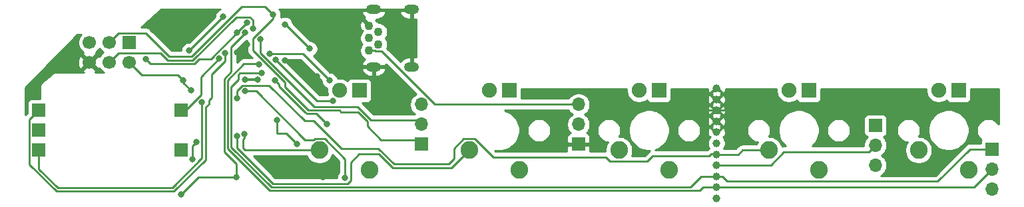
<source format=gbr>
%TF.GenerationSoftware,KiCad,Pcbnew,(5.1.5)-3*%
%TF.CreationDate,2021-05-14T13:57:34-05:00*%
%TF.ProjectId,Pikatea Macropad GB3,50696b61-7465-4612-904d-6163726f7061,rev?*%
%TF.SameCoordinates,Original*%
%TF.FileFunction,Copper,L2,Bot*%
%TF.FilePolarity,Positive*%
%FSLAX46Y46*%
G04 Gerber Fmt 4.6, Leading zero omitted, Abs format (unit mm)*
G04 Created by KiCad (PCBNEW (5.1.5)-3) date 2021-05-14 13:57:34*
%MOMM*%
%LPD*%
G04 APERTURE LIST*
%TA.AperFunction,ComponentPad*%
%ADD10C,1.000000*%
%TD*%
%TA.AperFunction,ComponentPad*%
%ADD11C,1.700000*%
%TD*%
%TA.AperFunction,ComponentPad*%
%ADD12R,1.700000X1.700000*%
%TD*%
%TA.AperFunction,ComponentPad*%
%ADD13O,1.700000X1.700000*%
%TD*%
%TA.AperFunction,ComponentPad*%
%ADD14R,1.905000X1.905000*%
%TD*%
%TA.AperFunction,ComponentPad*%
%ADD15C,1.905000*%
%TD*%
%TA.AperFunction,ComponentPad*%
%ADD16C,2.250000*%
%TD*%
%TA.AperFunction,ComponentPad*%
%ADD17O,1.900000X1.200000*%
%TD*%
%TA.AperFunction,ComponentPad*%
%ADD18C,1.100000*%
%TD*%
%TA.AperFunction,ViaPad*%
%ADD19C,0.800000*%
%TD*%
%TA.AperFunction,Conductor*%
%ADD20C,0.250000*%
%TD*%
%TA.AperFunction,Conductor*%
%ADD21C,0.254000*%
%TD*%
G04 APERTURE END LIST*
D10*
%TO.P,J6,1*%
%TO.N,GND*%
X177546000Y-99580000D03*
X177546000Y-113580000D03*
%TO.P,J6,6*%
%TO.N,/D0*%
X177546000Y-112180000D03*
%TO.P,J6,5*%
%TO.N,/D1*%
X177546000Y-110780000D03*
%TO.P,J6,3*%
%TO.N,/D6*%
X177546000Y-109380000D03*
%TO.P,J6,2*%
%TO.N,/D8*%
X177546000Y-107980000D03*
%TO.P,J6,1*%
%TO.N,GND*%
X177546000Y-100980000D03*
X177546000Y-102380000D03*
X177546000Y-103780000D03*
X177546000Y-105180000D03*
%TO.P,J6,4*%
%TO.N,/A0*%
X177546000Y-106580000D03*
%TD*%
D11*
%TO.P,J1,6*%
%TO.N,GND*%
X97810000Y-96240000D03*
%TO.P,J1,5*%
%TO.N,/RESET*%
X97810000Y-93700000D03*
%TO.P,J1,4*%
%TO.N,/MOSI*%
X100350000Y-96240000D03*
%TO.P,J1,3*%
%TO.N,/SCK*%
X100350000Y-93700000D03*
%TO.P,J1,2*%
%TO.N,VBUS*%
X102890000Y-96240000D03*
D12*
%TO.P,J1,1*%
%TO.N,/MISO*%
X102890000Y-93700000D03*
%TD*%
D13*
%TO.P,J7,3*%
%TO.N,VBUS*%
X160000000Y-101620000D03*
%TO.P,J7,2*%
%TO.N,/MISO*%
X160000000Y-104160000D03*
D12*
%TO.P,J7,1*%
%TO.N,GND*%
X160000000Y-106700000D03*
%TD*%
D13*
%TO.P,J3,3*%
%TO.N,/CS*%
X140000000Y-101620000D03*
%TO.P,J3,2*%
%TO.N,/MOSI*%
X140000000Y-104160000D03*
D12*
%TO.P,J3,1*%
%TO.N,/SCK*%
X140000000Y-106700000D03*
%TD*%
D14*
%TO.P,MX5,4*%
%TO.N,Net-(MX1-Pad4)*%
X208320000Y-99840000D03*
D15*
%TO.P,MX5,3*%
%TO.N,Net-(MX5-Pad3)*%
X205780000Y-99840000D03*
D16*
%TO.P,MX5,1*%
%TO.N,/D6*%
X203240000Y-107460000D03*
%TO.P,MX5,2*%
%TO.N,/A0*%
X209590000Y-110000000D03*
%TD*%
D14*
%TO.P,MX4,4*%
%TO.N,Net-(MX1-Pad4)*%
X189270000Y-99840000D03*
D15*
%TO.P,MX4,3*%
%TO.N,Net-(MX4-Pad3)*%
X186730000Y-99840000D03*
D16*
%TO.P,MX4,1*%
%TO.N,/D8*%
X184190000Y-107460000D03*
%TO.P,MX4,2*%
%TO.N,/A0*%
X190540000Y-110000000D03*
%TD*%
D14*
%TO.P,MX3,4*%
%TO.N,Net-(MX1-Pad4)*%
X170220000Y-99840000D03*
D15*
%TO.P,MX3,3*%
%TO.N,Net-(MX3-Pad3)*%
X167680000Y-99840000D03*
D16*
%TO.P,MX3,1*%
%TO.N,/D7*%
X165140000Y-107460000D03*
%TO.P,MX3,2*%
%TO.N,/A0*%
X171490000Y-110000000D03*
%TD*%
D14*
%TO.P,MX2,4*%
%TO.N,Net-(MX1-Pad4)*%
X151170000Y-99840000D03*
D15*
%TO.P,MX2,3*%
%TO.N,Net-(MX2-Pad3)*%
X148630000Y-99840000D03*
D16*
%TO.P,MX2,1*%
%TO.N,/D9*%
X146090000Y-107460000D03*
%TO.P,MX2,2*%
%TO.N,/A0*%
X152440000Y-110000000D03*
%TD*%
D14*
%TO.P,MX1,4*%
%TO.N,Net-(MX1-Pad4)*%
X132120000Y-99840000D03*
D15*
%TO.P,MX1,3*%
%TO.N,Net-(MX1-Pad3)*%
X129580000Y-99840000D03*
D16*
%TO.P,MX1,1*%
%TO.N,/D5*%
X127040000Y-107460000D03*
%TO.P,MX1,2*%
%TO.N,/A0*%
X133390000Y-110000000D03*
%TD*%
D17*
%TO.P,J2,6*%
%TO.N,GND*%
X133960000Y-89510000D03*
X133960000Y-96810000D03*
D18*
%TO.P,J2,1*%
%TO.N,VBUS*%
X133360000Y-94760000D03*
%TO.P,J2,2*%
%TO.N,/D-*%
X134560000Y-93960000D03*
%TO.P,J2,3*%
%TO.N,/D+*%
X133360000Y-93160000D03*
%TO.P,J2,4*%
%TO.N,Net-(J2-Pad4)*%
X134560000Y-92360000D03*
%TO.P,J2,5*%
%TO.N,GND*%
X133360000Y-91560000D03*
D17*
%TO.P,J2,6*%
X138780000Y-96810000D03*
X138780000Y-89510000D03*
%TD*%
D13*
%TO.P,J4,3*%
%TO.N,/A0*%
X212598000Y-112395000D03*
%TO.P,J4,2*%
%TO.N,/D0*%
X212598000Y-109855000D03*
D12*
%TO.P,J4,1*%
%TO.N,/D1*%
X212598000Y-107315000D03*
%TD*%
D13*
%TO.P,J5,3*%
%TO.N,/A0*%
X197760000Y-109390000D03*
%TO.P,J5,2*%
%TO.N,/D6*%
X197760000Y-106850000D03*
D12*
%TO.P,J5,1*%
%TO.N,/D8*%
X197760000Y-104310000D03*
%TD*%
%TO.P,SW2,S1*%
%TO.N,/D2*%
X109450000Y-102360000D03*
%TO.P,SW2,S2*%
%TO.N,/A0*%
X109450000Y-107440000D03*
%TO.P,SW2,C*%
%TO.N,GND*%
X91350000Y-104900000D03*
%TO.P,SW2,B*%
%TO.N,/D3*%
X91350000Y-102360000D03*
%TO.P,SW2,A*%
%TO.N,/D4*%
X91350000Y-107440000D03*
%TD*%
D19*
%TO.N,GND*%
X127015990Y-91424010D03*
X125476000Y-89916000D03*
X110485347Y-92451347D03*
X110490000Y-90678000D03*
X126709000Y-98044000D03*
X125259000Y-97282000D03*
X117856000Y-93980000D03*
X116581347Y-95000653D03*
X117602000Y-98466619D03*
X119216592Y-98466619D03*
X122650000Y-96010000D03*
X125476000Y-110617000D03*
X127508000Y-110871000D03*
%TO.N,/MOSI*%
X118618000Y-91948000D03*
X119551391Y-93309915D03*
%TO.N,/RESET*%
X117617417Y-92471417D03*
X109430672Y-113073328D03*
X116459000Y-110871000D03*
%TO.N,/SCK*%
X121158000Y-90170000D03*
%TO.N,/MISO*%
X117866562Y-91196966D03*
X128778000Y-101186990D03*
X121480858Y-95943142D03*
X116596764Y-92466764D03*
X104970000Y-95820000D03*
%TO.N,/A0*%
X121666000Y-103632000D03*
X124206000Y-106680000D03*
%TO.N,/D9*%
X116549000Y-105664000D03*
%TO.N,/D6*%
X130302000Y-110998000D03*
X117602000Y-99916620D03*
%TO.N,/D5*%
X117502006Y-105361042D03*
%TO.N,/CS*%
X128330000Y-98552000D03*
X120718858Y-95181142D03*
%TO.N,/D4*%
X112120174Y-101363615D03*
%TO.N,/D3*%
X115022524Y-95066309D03*
%TO.N,/D2*%
X114315417Y-95773417D03*
%TO.N,/D8*%
X116586000Y-100838000D03*
%TO.N,VBUS*%
X114813056Y-90418944D03*
X110490000Y-94742000D03*
X125842768Y-94505839D03*
X122645315Y-91403315D03*
X109728000Y-98552000D03*
X110711805Y-99832686D03*
X110927841Y-108641841D03*
X111395174Y-106426000D03*
%TO.N,/D7*%
X128016000Y-104140000D03*
X121416620Y-98565926D03*
%TO.N,/D1*%
X119724840Y-97605406D03*
%TO.N,/D0*%
X119390347Y-96539653D03*
%TD*%
D20*
%TO.N,GND*%
X127015990Y-91424010D02*
X126984010Y-91424010D01*
X126984010Y-91424010D02*
X125476000Y-89916000D01*
X110485347Y-92451347D02*
X110485347Y-90682653D01*
X110485347Y-90682653D02*
X110490000Y-90678000D01*
X126709000Y-98044000D02*
X126021000Y-98044000D01*
X126021000Y-98044000D02*
X125259000Y-97282000D01*
X117856000Y-93980000D02*
X117602000Y-93980000D01*
X117602000Y-93980000D02*
X116581347Y-95000653D01*
X117602000Y-98466619D02*
X119216592Y-98466619D01*
X123922000Y-97282000D02*
X125259000Y-97282000D01*
X122650000Y-96010000D02*
X123922000Y-97282000D01*
X125476000Y-110617000D02*
X127254000Y-110617000D01*
X127254000Y-110617000D02*
X127508000Y-110871000D01*
X178253106Y-102380000D02*
X178271106Y-102362000D01*
X177546000Y-102380000D02*
X178253106Y-102380000D01*
X178271106Y-102362000D02*
X178943000Y-102362000D01*
X177546000Y-102380000D02*
X176421000Y-102380000D01*
%TO.N,/MOSI*%
X118618000Y-90875402D02*
X118618000Y-91948000D01*
X107799991Y-96006401D02*
X110935011Y-96006401D01*
X100350000Y-96240000D02*
X101525001Y-95064999D01*
X101525001Y-95064999D02*
X106858589Y-95064999D01*
X106858589Y-95064999D02*
X107799991Y-96006401D01*
X118214563Y-90471965D02*
X118618000Y-90875402D01*
X116469447Y-90471965D02*
X118214563Y-90471965D01*
X110935011Y-96006401D02*
X116469447Y-90471965D01*
X139472000Y-103632000D02*
X140000000Y-104160000D01*
X119551391Y-93309915D02*
X119551391Y-95038981D01*
X126424400Y-101911990D02*
X131910374Y-101911990D01*
X133630384Y-103632000D02*
X139472000Y-103632000D01*
X131910374Y-101911990D02*
X133630384Y-103632000D01*
X119551391Y-95038981D02*
X126424400Y-101911990D01*
%TO.N,/RESET*%
X117617417Y-92471417D02*
X117617417Y-92519113D01*
X117617417Y-92519113D02*
X115823999Y-94312531D01*
X114923980Y-98336757D02*
X114923980Y-107684980D01*
X115823999Y-94312531D02*
X115823999Y-97436738D01*
X115823999Y-97436738D02*
X114923980Y-98336757D01*
X114923980Y-107684980D02*
X116459000Y-109220000D01*
X116459000Y-109220000D02*
X116459000Y-110871000D01*
X111633000Y-110871000D02*
X109430672Y-113073328D01*
X116459000Y-110871000D02*
X111633000Y-110871000D01*
%TO.N,/SCK*%
X101525001Y-92524999D02*
X100350000Y-93700000D01*
X121158000Y-90170000D02*
X120142000Y-89154000D01*
X118200116Y-89154000D02*
X117284000Y-89154000D01*
X120142000Y-89154000D02*
X118200116Y-89154000D01*
X117284000Y-89154000D02*
X117280010Y-89150010D01*
X117151002Y-89154000D02*
X110785002Y-95520000D01*
X117284000Y-89154000D02*
X117151002Y-89154000D01*
X110785002Y-95520000D02*
X107950000Y-95520000D01*
X104954999Y-92524999D02*
X104234999Y-92524999D01*
X107950000Y-95520000D02*
X104954999Y-92524999D01*
X104404999Y-92524999D02*
X104234999Y-92524999D01*
X104234999Y-92524999D02*
X101525001Y-92524999D01*
X139420001Y-106120001D02*
X140000000Y-106700000D01*
X134870001Y-106120001D02*
X139420001Y-106120001D01*
X125634212Y-102362000D02*
X129569802Y-102362000D01*
X118618000Y-93218000D02*
X118618000Y-94742000D01*
X121158000Y-90678000D02*
X118618000Y-93218000D01*
X133168901Y-104418901D02*
X134870001Y-106120001D01*
X121158000Y-90170000D02*
X121158000Y-90678000D01*
X129569802Y-102362000D02*
X129808901Y-102601099D01*
X131963073Y-102601099D02*
X133168901Y-103806927D01*
X129808901Y-102601099D02*
X131963073Y-102601099D01*
X133168901Y-103806927D02*
X133168901Y-104418901D01*
X122645001Y-99372789D02*
X125634212Y-102362000D01*
X122645001Y-98769001D02*
X122645001Y-99372789D01*
X118618000Y-94742000D02*
X122645001Y-98769001D01*
%TO.N,/MISO*%
X128778000Y-101186990D02*
X126724706Y-101186990D01*
X117866562Y-91196966D02*
X116596764Y-92466764D01*
X105606411Y-96456411D02*
X104970000Y-95820000D01*
X111757822Y-95820000D02*
X111121411Y-96456411D01*
X111121411Y-96456411D02*
X105606411Y-96456411D01*
X113243528Y-95820000D02*
X111757822Y-95820000D01*
X116596764Y-92466764D02*
X113243528Y-95820000D01*
X126724706Y-101186990D02*
X121480858Y-95943142D01*
%TO.N,/A0*%
X121666000Y-103632000D02*
X121666000Y-104232002D01*
X121666000Y-105324887D02*
X122850887Y-105324887D01*
X122850887Y-105324887D02*
X124206000Y-106680000D01*
X121666000Y-104232002D02*
X121666000Y-105324887D01*
%TO.N,/D9*%
X146090000Y-107460000D02*
X145600000Y-107950000D01*
X134620000Y-107950000D02*
X136398000Y-109728000D01*
X132080000Y-107950000D02*
X134620000Y-107950000D01*
X131027001Y-109002999D02*
X132080000Y-107950000D01*
X116549000Y-107151000D02*
X121121001Y-111723001D01*
X143822000Y-109728000D02*
X146090000Y-107460000D01*
X116549000Y-105664000D02*
X116549000Y-107151000D01*
X136398000Y-109728000D02*
X143822000Y-109728000D01*
X131027001Y-111346001D02*
X131027001Y-109002999D01*
X121121001Y-111723001D02*
X130650001Y-111723001D01*
X130650001Y-111723001D02*
X131027001Y-111346001D01*
%TO.N,/D6*%
X196910001Y-107699999D02*
X186096003Y-107699999D01*
X197760000Y-106850000D02*
X196910001Y-107699999D01*
X118990618Y-99916620D02*
X117602000Y-99916620D01*
X125193999Y-106120001D02*
X118990618Y-99916620D01*
X130302000Y-108575998D02*
X127736001Y-106009999D01*
X126456003Y-106009999D02*
X126346001Y-106120001D01*
X130302000Y-110998000D02*
X130302000Y-108575998D01*
X127736001Y-106009999D02*
X126456003Y-106009999D01*
X126346001Y-106120001D02*
X125193999Y-106120001D01*
X184446002Y-109350000D02*
X177580000Y-109350000D01*
X186096003Y-107699999D02*
X184446002Y-109350000D01*
%TO.N,/D5*%
X127040000Y-107460000D02*
X118636000Y-107460000D01*
X117502006Y-105926727D02*
X117348000Y-106080733D01*
X117502006Y-105361042D02*
X117502006Y-105926727D01*
X117348000Y-106080733D02*
X117348000Y-107188000D01*
X117348000Y-107188000D02*
X117620000Y-107460000D01*
X117620000Y-107460000D02*
X118636000Y-107460000D01*
%TO.N,/CS*%
X128330000Y-98552000D02*
X124959142Y-95181142D01*
X124959142Y-95181142D02*
X120718858Y-95181142D01*
%TO.N,/D4*%
X91350000Y-109844988D02*
X93773012Y-112268000D01*
X91350000Y-107440000D02*
X91350000Y-109844988D01*
X93773012Y-112268000D02*
X102108000Y-112268000D01*
X112120174Y-108474814D02*
X112120174Y-101363615D01*
X108326988Y-112268000D02*
X112120174Y-108474814D01*
X102108000Y-112268000D02*
X108326988Y-112268000D01*
%TO.N,/D3*%
X108513389Y-112718009D02*
X112570184Y-108661214D01*
X112570184Y-108661214D02*
X112570184Y-101986607D01*
X91350000Y-102360000D02*
X90174999Y-103535001D01*
X93586612Y-112718010D02*
X108513389Y-112718009D01*
X90174999Y-103535001D02*
X90174999Y-109306397D01*
X112570184Y-101986607D02*
X113030000Y-101526791D01*
X90174999Y-109306397D02*
X93586612Y-112718010D01*
X115040418Y-95084203D02*
X115022524Y-95066309D01*
X115040418Y-96121418D02*
X115040418Y-95084203D01*
X113371836Y-97790000D02*
X115040418Y-96121418D01*
X113030000Y-101092000D02*
X113030000Y-101526791D01*
X113371836Y-100750164D02*
X113030000Y-101092000D01*
X113371836Y-97790000D02*
X113371836Y-100750164D01*
%TO.N,/D2*%
X112014000Y-98074834D02*
X114315417Y-95773417D01*
X110041002Y-102360000D02*
X112014000Y-100387002D01*
X112014000Y-100387002D02*
X112014000Y-98074834D01*
X109450000Y-102360000D02*
X110041002Y-102360000D01*
%TO.N,/D8*%
X120665619Y-99191619D02*
X117253999Y-99191619D01*
X125193999Y-103719999D02*
X120665619Y-99191619D01*
X134545311Y-107238901D02*
X129864903Y-107238901D01*
X136526410Y-109220000D02*
X134545311Y-107238901D01*
X143510000Y-109220000D02*
X136526410Y-109220000D01*
X168716001Y-108910001D02*
X164028001Y-108910001D01*
X169422002Y-108204000D02*
X168716001Y-108910001D01*
X144165097Y-108564903D02*
X143510000Y-109220000D01*
X163493001Y-108375001D02*
X149151003Y-108375001D01*
X176618894Y-108204000D02*
X169422002Y-108204000D01*
X164028001Y-108910001D02*
X163493001Y-108375001D01*
X144165097Y-107238901D02*
X144165097Y-108564903D01*
X176872894Y-107950000D02*
X176618894Y-108204000D01*
X117253999Y-99191619D02*
X116586000Y-99859618D01*
X126346001Y-103719999D02*
X125193999Y-103719999D01*
X149151003Y-108375001D02*
X146786001Y-106009999D01*
X129864903Y-107238901D02*
X126346001Y-103719999D01*
X146786001Y-106009999D02*
X145393999Y-106009999D01*
X116586000Y-99859618D02*
X116586000Y-100838000D01*
X145393999Y-106009999D02*
X144165097Y-107238901D01*
X177516000Y-107950000D02*
X177546000Y-107980000D01*
X176872894Y-107950000D02*
X177516000Y-107950000D01*
X180830000Y-107460000D02*
X184190000Y-107460000D01*
X177546000Y-107980000D02*
X180310000Y-107980000D01*
X180310000Y-107980000D02*
X180830000Y-107460000D01*
%TO.N,VBUS*%
X114813056Y-90418944D02*
X110490000Y-94742000D01*
X122740244Y-91403315D02*
X122645315Y-91403315D01*
X125842768Y-94505839D02*
X122740244Y-91403315D01*
X109728000Y-98552000D02*
X109728000Y-98848881D01*
X109728000Y-98848881D02*
X110711805Y-99832686D01*
X110927841Y-108641841D02*
X110927841Y-106893333D01*
X110927841Y-106893333D02*
X111395174Y-106426000D01*
X133360000Y-94760000D02*
X134137817Y-94760000D01*
X104499990Y-97849990D02*
X109025990Y-97849990D01*
X109025990Y-97849990D02*
X109728000Y-98552000D01*
X102890000Y-96240000D02*
X104499990Y-97849990D01*
X134212818Y-94835001D02*
X134137817Y-94760000D01*
X134945001Y-94835001D02*
X134212818Y-94835001D01*
X141730000Y-101620000D02*
X134945001Y-94835001D01*
X160000000Y-101620000D02*
X141730000Y-101620000D01*
%TO.N,/D7*%
X125236901Y-102601099D02*
X121920000Y-99284198D01*
X126688010Y-102812010D02*
X128016000Y-104140000D01*
X125236901Y-102601099D02*
X125447812Y-102812010D01*
X125447812Y-102812010D02*
X126688010Y-102812010D01*
X121920000Y-99284198D02*
X121920000Y-99069306D01*
X121920000Y-99069306D02*
X121416620Y-98565926D01*
%TO.N,/D1*%
X116702382Y-97831175D02*
X116928151Y-97605406D01*
X116702382Y-98490819D02*
X116702382Y-97831175D01*
X115823999Y-107062409D02*
X115823999Y-99369202D01*
X177546000Y-110780000D02*
X175605000Y-110780000D01*
X115823999Y-99369202D02*
X116702382Y-98490819D01*
X120934601Y-112173011D02*
X115823999Y-107062409D01*
X116928151Y-97605406D02*
X119724840Y-97605406D01*
X175605000Y-110780000D02*
X174211989Y-112173011D01*
X174211989Y-112173011D02*
X120934601Y-112173011D01*
X178923107Y-111450001D02*
X205668999Y-111450001D01*
X177546000Y-110780000D02*
X178253106Y-110780000D01*
X178253106Y-110780000D02*
X178923107Y-111450001D01*
X209804000Y-107315000D02*
X212598000Y-107315000D01*
X205668999Y-111450001D02*
X209804000Y-107315000D01*
%TO.N,/D0*%
X175856000Y-112180000D02*
X177546000Y-112180000D01*
X175412979Y-112623021D02*
X175856000Y-112180000D01*
X120748201Y-112623021D02*
X175412979Y-112623021D01*
X119300694Y-96450000D02*
X117447147Y-96450000D01*
X117447147Y-96450000D02*
X115373990Y-98523157D01*
X119390347Y-96539653D02*
X119300694Y-96450000D01*
X115373990Y-98523157D02*
X115373990Y-107248810D01*
X115373990Y-107248810D02*
X120748201Y-112623021D01*
X210273000Y-112180000D02*
X212598000Y-109855000D01*
X177546000Y-112180000D02*
X210273000Y-112180000D01*
%TD*%
D21*
%TO.N,GND*%
G36*
X129542001Y-108890801D02*
G01*
X129542000Y-110294289D01*
X129498063Y-110338226D01*
X129384795Y-110507744D01*
X129306774Y-110696102D01*
X129267000Y-110896061D01*
X129267000Y-110963001D01*
X121435803Y-110963001D01*
X118692801Y-108220000D01*
X125449792Y-108220000D01*
X125480308Y-108293673D01*
X125672919Y-108581935D01*
X125918065Y-108827081D01*
X126206327Y-109019692D01*
X126526627Y-109152364D01*
X126866655Y-109220000D01*
X127213345Y-109220000D01*
X127553373Y-109152364D01*
X127873673Y-109019692D01*
X128161935Y-108827081D01*
X128407081Y-108581935D01*
X128599692Y-108293673D01*
X128700793Y-108049593D01*
X129542001Y-108890801D01*
G37*
X129542001Y-108890801D02*
X129542000Y-110294289D01*
X129498063Y-110338226D01*
X129384795Y-110507744D01*
X129306774Y-110696102D01*
X129267000Y-110896061D01*
X129267000Y-110963001D01*
X121435803Y-110963001D01*
X118692801Y-108220000D01*
X125449792Y-108220000D01*
X125480308Y-108293673D01*
X125672919Y-108581935D01*
X125918065Y-108827081D01*
X126206327Y-109019692D01*
X126526627Y-109152364D01*
X126866655Y-109220000D01*
X127213345Y-109220000D01*
X127553373Y-109152364D01*
X127873673Y-109019692D01*
X128161935Y-108827081D01*
X128407081Y-108581935D01*
X128599692Y-108293673D01*
X128700793Y-108049593D01*
X129542001Y-108890801D01*
G36*
X166092500Y-99683645D02*
G01*
X166092500Y-99996355D01*
X166153507Y-100303057D01*
X166273176Y-100591963D01*
X166446908Y-100851972D01*
X166668028Y-101073092D01*
X166928037Y-101246824D01*
X167216943Y-101366493D01*
X167523645Y-101427500D01*
X167836355Y-101427500D01*
X168143057Y-101366493D01*
X168431963Y-101246824D01*
X168691972Y-101073092D01*
X168695549Y-101069515D01*
X168736963Y-101146994D01*
X168816315Y-101243685D01*
X168913006Y-101323037D01*
X169023320Y-101382002D01*
X169143018Y-101418312D01*
X169267500Y-101430572D01*
X171172500Y-101430572D01*
X171296982Y-101418312D01*
X171416680Y-101382002D01*
X171526994Y-101323037D01*
X171623685Y-101243685D01*
X171703037Y-101146994D01*
X171748250Y-101062406D01*
X176408489Y-101062406D01*
X176446423Y-101282740D01*
X176526613Y-101491440D01*
X176554412Y-101543450D01*
X176767834Y-101578561D01*
X177366395Y-100980000D01*
X177725605Y-100980000D01*
X178324166Y-101578561D01*
X178537588Y-101543450D01*
X178628458Y-101339174D01*
X178677731Y-101121095D01*
X178683511Y-100897594D01*
X178645577Y-100677260D01*
X178565387Y-100468560D01*
X178537588Y-100416550D01*
X178324166Y-100381439D01*
X177725605Y-100980000D01*
X177366395Y-100980000D01*
X176767834Y-100381439D01*
X176554412Y-100416550D01*
X176463542Y-100620826D01*
X176414269Y-100838905D01*
X176408489Y-101062406D01*
X171748250Y-101062406D01*
X171762002Y-101036680D01*
X171798312Y-100916982D01*
X171810572Y-100792500D01*
X171810572Y-100201834D01*
X176947439Y-100201834D01*
X177025605Y-100280000D01*
X176947439Y-100358166D01*
X176982550Y-100571588D01*
X177186826Y-100662458D01*
X177404905Y-100711731D01*
X177458728Y-100713123D01*
X177546000Y-100800395D01*
X177628983Y-100717412D01*
X177848740Y-100679577D01*
X178057440Y-100599387D01*
X178109450Y-100571588D01*
X178144561Y-100358166D01*
X178066395Y-100280000D01*
X178144561Y-100201834D01*
X178109450Y-99988412D01*
X177905174Y-99897542D01*
X177687095Y-99848269D01*
X177633272Y-99846877D01*
X177546000Y-99759605D01*
X177463017Y-99842588D01*
X177243260Y-99880423D01*
X177034560Y-99960613D01*
X176982550Y-99988412D01*
X176947439Y-100201834D01*
X171810572Y-100201834D01*
X171810572Y-99660000D01*
X176408551Y-99660000D01*
X176408489Y-99662406D01*
X176446423Y-99882740D01*
X176526613Y-100091440D01*
X176554412Y-100143450D01*
X176767834Y-100178561D01*
X177286395Y-99660000D01*
X177805605Y-99660000D01*
X178324166Y-100178561D01*
X178537588Y-100143450D01*
X178628458Y-99939174D01*
X178677731Y-99721095D01*
X178679311Y-99660000D01*
X185147203Y-99660000D01*
X185142500Y-99683645D01*
X185142500Y-99996355D01*
X185203507Y-100303057D01*
X185323176Y-100591963D01*
X185496908Y-100851972D01*
X185718028Y-101073092D01*
X185978037Y-101246824D01*
X186266943Y-101366493D01*
X186573645Y-101427500D01*
X186886355Y-101427500D01*
X187193057Y-101366493D01*
X187481963Y-101246824D01*
X187741972Y-101073092D01*
X187745549Y-101069515D01*
X187786963Y-101146994D01*
X187866315Y-101243685D01*
X187963006Y-101323037D01*
X188073320Y-101382002D01*
X188193018Y-101418312D01*
X188317500Y-101430572D01*
X190222500Y-101430572D01*
X190346982Y-101418312D01*
X190466680Y-101382002D01*
X190576994Y-101323037D01*
X190673685Y-101243685D01*
X190753037Y-101146994D01*
X190812002Y-101036680D01*
X190848312Y-100916982D01*
X190860572Y-100792500D01*
X190860572Y-99660000D01*
X204197203Y-99660000D01*
X204192500Y-99683645D01*
X204192500Y-99996355D01*
X204253507Y-100303057D01*
X204373176Y-100591963D01*
X204546908Y-100851972D01*
X204768028Y-101073092D01*
X205028037Y-101246824D01*
X205316943Y-101366493D01*
X205623645Y-101427500D01*
X205936355Y-101427500D01*
X206243057Y-101366493D01*
X206531963Y-101246824D01*
X206791972Y-101073092D01*
X206795549Y-101069515D01*
X206836963Y-101146994D01*
X206916315Y-101243685D01*
X207013006Y-101323037D01*
X207123320Y-101382002D01*
X207243018Y-101418312D01*
X207367500Y-101430572D01*
X209272500Y-101430572D01*
X209396982Y-101418312D01*
X209516680Y-101382002D01*
X209626994Y-101323037D01*
X209723685Y-101243685D01*
X209803037Y-101146994D01*
X209862002Y-101036680D01*
X209898312Y-100916982D01*
X209910572Y-100792500D01*
X209910572Y-99660000D01*
X213440001Y-99660000D01*
X213440001Y-104162627D01*
X213302893Y-103957431D01*
X213092569Y-103747107D01*
X212845253Y-103581856D01*
X212570451Y-103468029D01*
X212278722Y-103410000D01*
X211981278Y-103410000D01*
X211689549Y-103468029D01*
X211414747Y-103581856D01*
X211167431Y-103747107D01*
X210957107Y-103957431D01*
X210791856Y-104204747D01*
X210678029Y-104479549D01*
X210620000Y-104771278D01*
X210620000Y-105068722D01*
X210678029Y-105360451D01*
X210791856Y-105635253D01*
X210957107Y-105882569D01*
X211167431Y-106092893D01*
X211211233Y-106122161D01*
X211158498Y-106220820D01*
X211122188Y-106340518D01*
X211109928Y-106465000D01*
X211109928Y-106555000D01*
X209841322Y-106555000D01*
X209803999Y-106551324D01*
X209766676Y-106555000D01*
X209766667Y-106555000D01*
X209655014Y-106565997D01*
X209511753Y-106609454D01*
X209379724Y-106680026D01*
X209373650Y-106685011D01*
X209292996Y-106751201D01*
X209292992Y-106751205D01*
X209263999Y-106774999D01*
X209240205Y-106803992D01*
X205354198Y-110690001D01*
X198487340Y-110690001D01*
X198706632Y-110543475D01*
X198913475Y-110336632D01*
X199075990Y-110093411D01*
X199187932Y-109823158D01*
X199245000Y-109536260D01*
X199245000Y-109243740D01*
X199187932Y-108956842D01*
X199075990Y-108686589D01*
X198913475Y-108443368D01*
X198706632Y-108236525D01*
X198532240Y-108120000D01*
X198706632Y-108003475D01*
X198913475Y-107796632D01*
X199075990Y-107553411D01*
X199187932Y-107283158D01*
X199245000Y-106996260D01*
X199245000Y-106703740D01*
X199187932Y-106416842D01*
X199075990Y-106146589D01*
X198913475Y-105903368D01*
X198781620Y-105771513D01*
X198854180Y-105749502D01*
X198964494Y-105690537D01*
X199061185Y-105611185D01*
X199140537Y-105514494D01*
X199199502Y-105404180D01*
X199235812Y-105284482D01*
X199248072Y-105160000D01*
X199248072Y-104771278D01*
X200460000Y-104771278D01*
X200460000Y-105068722D01*
X200518029Y-105360451D01*
X200631856Y-105635253D01*
X200797107Y-105882569D01*
X201007431Y-106092893D01*
X201254747Y-106258144D01*
X201529549Y-106371971D01*
X201812638Y-106428281D01*
X201680308Y-106626327D01*
X201547636Y-106946627D01*
X201480000Y-107286655D01*
X201480000Y-107633345D01*
X201547636Y-107973373D01*
X201680308Y-108293673D01*
X201872919Y-108581935D01*
X202118065Y-108827081D01*
X202406327Y-109019692D01*
X202726627Y-109152364D01*
X203066655Y-109220000D01*
X203413345Y-109220000D01*
X203753373Y-109152364D01*
X204073673Y-109019692D01*
X204361935Y-108827081D01*
X204607081Y-108581935D01*
X204799692Y-108293673D01*
X204932364Y-107973373D01*
X205000000Y-107633345D01*
X205000000Y-107286655D01*
X204932364Y-106946627D01*
X204799692Y-106626327D01*
X204607081Y-106338065D01*
X204361935Y-106092919D01*
X204073673Y-105900308D01*
X203753373Y-105767636D01*
X203413345Y-105700000D01*
X203264882Y-105700000D01*
X203308144Y-105635253D01*
X203421971Y-105360451D01*
X203480000Y-105068722D01*
X203480000Y-104771278D01*
X203458080Y-104661076D01*
X204421100Y-104661076D01*
X204421100Y-105178924D01*
X204522127Y-105686822D01*
X204720299Y-106165251D01*
X205008000Y-106595826D01*
X205374174Y-106962000D01*
X205804749Y-107249701D01*
X206283178Y-107447873D01*
X206791076Y-107548900D01*
X207308924Y-107548900D01*
X207816822Y-107447873D01*
X208295251Y-107249701D01*
X208725826Y-106962000D01*
X209092000Y-106595826D01*
X209379701Y-106165251D01*
X209577873Y-105686822D01*
X209678900Y-105178924D01*
X209678900Y-104661076D01*
X209577873Y-104153178D01*
X209379701Y-103674749D01*
X209092000Y-103244174D01*
X208725826Y-102878000D01*
X208295251Y-102590299D01*
X207816822Y-102392127D01*
X207308924Y-102291100D01*
X206791076Y-102291100D01*
X206283178Y-102392127D01*
X205804749Y-102590299D01*
X205374174Y-102878000D01*
X205008000Y-103244174D01*
X204720299Y-103674749D01*
X204522127Y-104153178D01*
X204421100Y-104661076D01*
X203458080Y-104661076D01*
X203421971Y-104479549D01*
X203308144Y-104204747D01*
X203142893Y-103957431D01*
X202932569Y-103747107D01*
X202685253Y-103581856D01*
X202410451Y-103468029D01*
X202118722Y-103410000D01*
X201821278Y-103410000D01*
X201529549Y-103468029D01*
X201254747Y-103581856D01*
X201007431Y-103747107D01*
X200797107Y-103957431D01*
X200631856Y-104204747D01*
X200518029Y-104479549D01*
X200460000Y-104771278D01*
X199248072Y-104771278D01*
X199248072Y-103460000D01*
X199235812Y-103335518D01*
X199199502Y-103215820D01*
X199140537Y-103105506D01*
X199061185Y-103008815D01*
X198964494Y-102929463D01*
X198854180Y-102870498D01*
X198734482Y-102834188D01*
X198610000Y-102821928D01*
X196910000Y-102821928D01*
X196785518Y-102834188D01*
X196665820Y-102870498D01*
X196555506Y-102929463D01*
X196458815Y-103008815D01*
X196379463Y-103105506D01*
X196320498Y-103215820D01*
X196284188Y-103335518D01*
X196271928Y-103460000D01*
X196271928Y-105160000D01*
X196284188Y-105284482D01*
X196320498Y-105404180D01*
X196379463Y-105514494D01*
X196458815Y-105611185D01*
X196555506Y-105690537D01*
X196665820Y-105749502D01*
X196738380Y-105771513D01*
X196606525Y-105903368D01*
X196444010Y-106146589D01*
X196332068Y-106416842D01*
X196275000Y-106703740D01*
X196275000Y-106939999D01*
X189697827Y-106939999D01*
X190042000Y-106595826D01*
X190329701Y-106165251D01*
X190527873Y-105686822D01*
X190628900Y-105178924D01*
X190628900Y-104771278D01*
X191570000Y-104771278D01*
X191570000Y-105068722D01*
X191628029Y-105360451D01*
X191741856Y-105635253D01*
X191907107Y-105882569D01*
X192117431Y-106092893D01*
X192364747Y-106258144D01*
X192639549Y-106371971D01*
X192931278Y-106430000D01*
X193228722Y-106430000D01*
X193520451Y-106371971D01*
X193795253Y-106258144D01*
X194042569Y-106092893D01*
X194252893Y-105882569D01*
X194418144Y-105635253D01*
X194531971Y-105360451D01*
X194590000Y-105068722D01*
X194590000Y-104771278D01*
X194531971Y-104479549D01*
X194418144Y-104204747D01*
X194252893Y-103957431D01*
X194042569Y-103747107D01*
X193795253Y-103581856D01*
X193520451Y-103468029D01*
X193228722Y-103410000D01*
X192931278Y-103410000D01*
X192639549Y-103468029D01*
X192364747Y-103581856D01*
X192117431Y-103747107D01*
X191907107Y-103957431D01*
X191741856Y-104204747D01*
X191628029Y-104479549D01*
X191570000Y-104771278D01*
X190628900Y-104771278D01*
X190628900Y-104661076D01*
X190527873Y-104153178D01*
X190329701Y-103674749D01*
X190042000Y-103244174D01*
X189675826Y-102878000D01*
X189245251Y-102590299D01*
X188766822Y-102392127D01*
X188258924Y-102291100D01*
X187741076Y-102291100D01*
X187233178Y-102392127D01*
X186754749Y-102590299D01*
X186324174Y-102878000D01*
X185958000Y-103244174D01*
X185670299Y-103674749D01*
X185472127Y-104153178D01*
X185371100Y-104661076D01*
X185371100Y-105178924D01*
X185472127Y-105686822D01*
X185670299Y-106165251D01*
X185958000Y-106595826D01*
X186302173Y-106939999D01*
X186133328Y-106939999D01*
X186096003Y-106936323D01*
X186058678Y-106939999D01*
X186058670Y-106939999D01*
X185947017Y-106950996D01*
X185886863Y-106969243D01*
X185882364Y-106946627D01*
X185749692Y-106626327D01*
X185557081Y-106338065D01*
X185311935Y-106092919D01*
X185023673Y-105900308D01*
X184703373Y-105767636D01*
X184363345Y-105700000D01*
X184214882Y-105700000D01*
X184258144Y-105635253D01*
X184371971Y-105360451D01*
X184430000Y-105068722D01*
X184430000Y-104771278D01*
X184371971Y-104479549D01*
X184258144Y-104204747D01*
X184092893Y-103957431D01*
X183882569Y-103747107D01*
X183635253Y-103581856D01*
X183360451Y-103468029D01*
X183068722Y-103410000D01*
X182771278Y-103410000D01*
X182479549Y-103468029D01*
X182204747Y-103581856D01*
X181957431Y-103747107D01*
X181747107Y-103957431D01*
X181581856Y-104204747D01*
X181468029Y-104479549D01*
X181410000Y-104771278D01*
X181410000Y-105068722D01*
X181468029Y-105360451D01*
X181581856Y-105635253D01*
X181747107Y-105882569D01*
X181957431Y-106092893D01*
X182204747Y-106258144D01*
X182479549Y-106371971D01*
X182762638Y-106428281D01*
X182630308Y-106626327D01*
X182599792Y-106700000D01*
X180867322Y-106700000D01*
X180829999Y-106696324D01*
X180792676Y-106700000D01*
X180792667Y-106700000D01*
X180681014Y-106710997D01*
X180571072Y-106744347D01*
X180537753Y-106754454D01*
X180405723Y-106825026D01*
X180334256Y-106883678D01*
X180289999Y-106919999D01*
X180266200Y-106948998D01*
X179995199Y-107220000D01*
X178483418Y-107220000D01*
X178551824Y-107117624D01*
X178637383Y-106911067D01*
X178681000Y-106691788D01*
X178681000Y-106468212D01*
X178637383Y-106248933D01*
X178551824Y-106042376D01*
X178427612Y-105856480D01*
X178346087Y-105774955D01*
X178537588Y-105743450D01*
X178628458Y-105539174D01*
X178677731Y-105321095D01*
X178683511Y-105097594D01*
X178645577Y-104877260D01*
X178565387Y-104668560D01*
X178537588Y-104616550D01*
X178324166Y-104581439D01*
X177725605Y-105180000D01*
X177739748Y-105194143D01*
X177560143Y-105373748D01*
X177546000Y-105359605D01*
X177531858Y-105373748D01*
X177352253Y-105194143D01*
X177366395Y-105180000D01*
X176767834Y-104581439D01*
X176554412Y-104616550D01*
X176463542Y-104820826D01*
X176414269Y-105038905D01*
X176408489Y-105262406D01*
X176446423Y-105482740D01*
X176526613Y-105691440D01*
X176554412Y-105743450D01*
X176745913Y-105774955D01*
X176664388Y-105856480D01*
X176540176Y-106042376D01*
X176454617Y-106248933D01*
X176411000Y-106468212D01*
X176411000Y-106691788D01*
X176454617Y-106911067D01*
X176540176Y-107117624D01*
X176617460Y-107233287D01*
X176580647Y-107244454D01*
X176448618Y-107315026D01*
X176332893Y-107409999D01*
X176309090Y-107439003D01*
X176304093Y-107444000D01*
X169726172Y-107444000D01*
X170195251Y-107249701D01*
X170625826Y-106962000D01*
X170992000Y-106595826D01*
X171279701Y-106165251D01*
X171477873Y-105686822D01*
X171578900Y-105178924D01*
X171578900Y-104771278D01*
X172520000Y-104771278D01*
X172520000Y-105068722D01*
X172578029Y-105360451D01*
X172691856Y-105635253D01*
X172857107Y-105882569D01*
X173067431Y-106092893D01*
X173314747Y-106258144D01*
X173589549Y-106371971D01*
X173881278Y-106430000D01*
X174178722Y-106430000D01*
X174470451Y-106371971D01*
X174745253Y-106258144D01*
X174992569Y-106092893D01*
X175202893Y-105882569D01*
X175368144Y-105635253D01*
X175481971Y-105360451D01*
X175540000Y-105068722D01*
X175540000Y-104771278D01*
X175481971Y-104479549D01*
X175449781Y-104401834D01*
X176947439Y-104401834D01*
X177025605Y-104480000D01*
X176947439Y-104558166D01*
X176982550Y-104771588D01*
X177186826Y-104862458D01*
X177404905Y-104911731D01*
X177458728Y-104913123D01*
X177546000Y-105000395D01*
X177628983Y-104917412D01*
X177848740Y-104879577D01*
X178057440Y-104799387D01*
X178109450Y-104771588D01*
X178144561Y-104558166D01*
X178066395Y-104480000D01*
X178144561Y-104401834D01*
X178109450Y-104188412D01*
X177905174Y-104097542D01*
X177687095Y-104048269D01*
X177633272Y-104046877D01*
X177546000Y-103959605D01*
X177463017Y-104042588D01*
X177243260Y-104080423D01*
X177034560Y-104160613D01*
X176982550Y-104188412D01*
X176947439Y-104401834D01*
X175449781Y-104401834D01*
X175368144Y-104204747D01*
X175202893Y-103957431D01*
X175107868Y-103862406D01*
X176408489Y-103862406D01*
X176446423Y-104082740D01*
X176526613Y-104291440D01*
X176554412Y-104343450D01*
X176767834Y-104378561D01*
X177366395Y-103780000D01*
X177725605Y-103780000D01*
X178324166Y-104378561D01*
X178537588Y-104343450D01*
X178628458Y-104139174D01*
X178677731Y-103921095D01*
X178683511Y-103697594D01*
X178645577Y-103477260D01*
X178565387Y-103268560D01*
X178537588Y-103216550D01*
X178324166Y-103181439D01*
X177725605Y-103780000D01*
X177366395Y-103780000D01*
X176767834Y-103181439D01*
X176554412Y-103216550D01*
X176463542Y-103420826D01*
X176414269Y-103638905D01*
X176408489Y-103862406D01*
X175107868Y-103862406D01*
X174992569Y-103747107D01*
X174745253Y-103581856D01*
X174470451Y-103468029D01*
X174178722Y-103410000D01*
X173881278Y-103410000D01*
X173589549Y-103468029D01*
X173314747Y-103581856D01*
X173067431Y-103747107D01*
X172857107Y-103957431D01*
X172691856Y-104204747D01*
X172578029Y-104479549D01*
X172520000Y-104771278D01*
X171578900Y-104771278D01*
X171578900Y-104661076D01*
X171477873Y-104153178D01*
X171279701Y-103674749D01*
X170992000Y-103244174D01*
X170749660Y-103001834D01*
X176947439Y-103001834D01*
X177025605Y-103080000D01*
X176947439Y-103158166D01*
X176982550Y-103371588D01*
X177186826Y-103462458D01*
X177404905Y-103511731D01*
X177458728Y-103513123D01*
X177546000Y-103600395D01*
X177628983Y-103517412D01*
X177848740Y-103479577D01*
X178057440Y-103399387D01*
X178109450Y-103371588D01*
X178144561Y-103158166D01*
X178066395Y-103080000D01*
X178144561Y-103001834D01*
X178109450Y-102788412D01*
X177905174Y-102697542D01*
X177687095Y-102648269D01*
X177633272Y-102646877D01*
X177546000Y-102559605D01*
X177463017Y-102642588D01*
X177243260Y-102680423D01*
X177034560Y-102760613D01*
X176982550Y-102788412D01*
X176947439Y-103001834D01*
X170749660Y-103001834D01*
X170625826Y-102878000D01*
X170195251Y-102590299D01*
X169886491Y-102462406D01*
X176408489Y-102462406D01*
X176446423Y-102682740D01*
X176526613Y-102891440D01*
X176554412Y-102943450D01*
X176767834Y-102978561D01*
X177366395Y-102380000D01*
X177725605Y-102380000D01*
X178324166Y-102978561D01*
X178537588Y-102943450D01*
X178628458Y-102739174D01*
X178677731Y-102521095D01*
X178683511Y-102297594D01*
X178645577Y-102077260D01*
X178565387Y-101868560D01*
X178537588Y-101816550D01*
X178324166Y-101781439D01*
X177725605Y-102380000D01*
X177366395Y-102380000D01*
X176767834Y-101781439D01*
X176554412Y-101816550D01*
X176463542Y-102020826D01*
X176414269Y-102238905D01*
X176408489Y-102462406D01*
X169886491Y-102462406D01*
X169716822Y-102392127D01*
X169208924Y-102291100D01*
X168691076Y-102291100D01*
X168183178Y-102392127D01*
X167704749Y-102590299D01*
X167274174Y-102878000D01*
X166908000Y-103244174D01*
X166620299Y-103674749D01*
X166422127Y-104153178D01*
X166321100Y-104661076D01*
X166321100Y-105178924D01*
X166422127Y-105686822D01*
X166620299Y-106165251D01*
X166908000Y-106595826D01*
X167274174Y-106962000D01*
X167704749Y-107249701D01*
X168183178Y-107447873D01*
X168691076Y-107548900D01*
X169035379Y-107548900D01*
X168997726Y-107569026D01*
X168882001Y-107663999D01*
X168858203Y-107692998D01*
X168401200Y-108150001D01*
X166759203Y-108150001D01*
X166832364Y-107973373D01*
X166900000Y-107633345D01*
X166900000Y-107286655D01*
X166832364Y-106946627D01*
X166699692Y-106626327D01*
X166507081Y-106338065D01*
X166261935Y-106092919D01*
X165973673Y-105900308D01*
X165653373Y-105767636D01*
X165313345Y-105700000D01*
X165164882Y-105700000D01*
X165208144Y-105635253D01*
X165321971Y-105360451D01*
X165380000Y-105068722D01*
X165380000Y-104771278D01*
X165321971Y-104479549D01*
X165208144Y-104204747D01*
X165042893Y-103957431D01*
X164832569Y-103747107D01*
X164585253Y-103581856D01*
X164310451Y-103468029D01*
X164018722Y-103410000D01*
X163721278Y-103410000D01*
X163429549Y-103468029D01*
X163154747Y-103581856D01*
X162907431Y-103747107D01*
X162697107Y-103957431D01*
X162531856Y-104204747D01*
X162418029Y-104479549D01*
X162360000Y-104771278D01*
X162360000Y-105068722D01*
X162418029Y-105360451D01*
X162531856Y-105635253D01*
X162697107Y-105882569D01*
X162907431Y-106092893D01*
X163154747Y-106258144D01*
X163429549Y-106371971D01*
X163712638Y-106428281D01*
X163580308Y-106626327D01*
X163447636Y-106946627D01*
X163380000Y-107286655D01*
X163380000Y-107615001D01*
X161481670Y-107615001D01*
X161488072Y-107550000D01*
X161485000Y-106985750D01*
X161326250Y-106827000D01*
X160127000Y-106827000D01*
X160127000Y-106847000D01*
X159873000Y-106847000D01*
X159873000Y-106827000D01*
X158673750Y-106827000D01*
X158515000Y-106985750D01*
X158511928Y-107550000D01*
X158518330Y-107615001D01*
X149465805Y-107615001D01*
X149339771Y-107488967D01*
X149641076Y-107548900D01*
X150158924Y-107548900D01*
X150666822Y-107447873D01*
X151145251Y-107249701D01*
X151575826Y-106962000D01*
X151942000Y-106595826D01*
X152229701Y-106165251D01*
X152427873Y-105686822D01*
X152528900Y-105178924D01*
X152528900Y-104771278D01*
X153470000Y-104771278D01*
X153470000Y-105068722D01*
X153528029Y-105360451D01*
X153641856Y-105635253D01*
X153807107Y-105882569D01*
X154017431Y-106092893D01*
X154264747Y-106258144D01*
X154539549Y-106371971D01*
X154831278Y-106430000D01*
X155128722Y-106430000D01*
X155420451Y-106371971D01*
X155695253Y-106258144D01*
X155942569Y-106092893D01*
X156152893Y-105882569D01*
X156318144Y-105635253D01*
X156431971Y-105360451D01*
X156490000Y-105068722D01*
X156490000Y-104771278D01*
X156431971Y-104479549D01*
X156318144Y-104204747D01*
X156152893Y-103957431D01*
X155942569Y-103747107D01*
X155695253Y-103581856D01*
X155420451Y-103468029D01*
X155128722Y-103410000D01*
X154831278Y-103410000D01*
X154539549Y-103468029D01*
X154264747Y-103581856D01*
X154017431Y-103747107D01*
X153807107Y-103957431D01*
X153641856Y-104204747D01*
X153528029Y-104479549D01*
X153470000Y-104771278D01*
X152528900Y-104771278D01*
X152528900Y-104661076D01*
X152427873Y-104153178D01*
X152229701Y-103674749D01*
X151942000Y-103244174D01*
X151575826Y-102878000D01*
X151145251Y-102590299D01*
X150666822Y-102392127D01*
X150605855Y-102380000D01*
X158721822Y-102380000D01*
X158846525Y-102566632D01*
X159053368Y-102773475D01*
X159227760Y-102890000D01*
X159053368Y-103006525D01*
X158846525Y-103213368D01*
X158684010Y-103456589D01*
X158572068Y-103726842D01*
X158515000Y-104013740D01*
X158515000Y-104306260D01*
X158572068Y-104593158D01*
X158684010Y-104863411D01*
X158846525Y-105106632D01*
X158978380Y-105238487D01*
X158905820Y-105260498D01*
X158795506Y-105319463D01*
X158698815Y-105398815D01*
X158619463Y-105495506D01*
X158560498Y-105605820D01*
X158524188Y-105725518D01*
X158511928Y-105850000D01*
X158515000Y-106414250D01*
X158673750Y-106573000D01*
X159873000Y-106573000D01*
X159873000Y-106553000D01*
X160127000Y-106553000D01*
X160127000Y-106573000D01*
X161326250Y-106573000D01*
X161485000Y-106414250D01*
X161488072Y-105850000D01*
X161475812Y-105725518D01*
X161439502Y-105605820D01*
X161380537Y-105495506D01*
X161301185Y-105398815D01*
X161204494Y-105319463D01*
X161094180Y-105260498D01*
X161021620Y-105238487D01*
X161153475Y-105106632D01*
X161315990Y-104863411D01*
X161427932Y-104593158D01*
X161485000Y-104306260D01*
X161485000Y-104013740D01*
X161427932Y-103726842D01*
X161315990Y-103456589D01*
X161153475Y-103213368D01*
X160946632Y-103006525D01*
X160772240Y-102890000D01*
X160946632Y-102773475D01*
X161153475Y-102566632D01*
X161315990Y-102323411D01*
X161427932Y-102053158D01*
X161485000Y-101766260D01*
X161485000Y-101601834D01*
X176947439Y-101601834D01*
X177025605Y-101680000D01*
X176947439Y-101758166D01*
X176982550Y-101971588D01*
X177186826Y-102062458D01*
X177404905Y-102111731D01*
X177458728Y-102113123D01*
X177546000Y-102200395D01*
X177628983Y-102117412D01*
X177848740Y-102079577D01*
X178057440Y-101999387D01*
X178109450Y-101971588D01*
X178144561Y-101758166D01*
X178066395Y-101680000D01*
X178144561Y-101601834D01*
X178109450Y-101388412D01*
X177905174Y-101297542D01*
X177687095Y-101248269D01*
X177633272Y-101246877D01*
X177546000Y-101159605D01*
X177463017Y-101242588D01*
X177243260Y-101280423D01*
X177034560Y-101360613D01*
X176982550Y-101388412D01*
X176947439Y-101601834D01*
X161485000Y-101601834D01*
X161485000Y-101473740D01*
X161427932Y-101186842D01*
X161315990Y-100916589D01*
X161153475Y-100673368D01*
X160946632Y-100466525D01*
X160703411Y-100304010D01*
X160433158Y-100192068D01*
X160146260Y-100135000D01*
X159853740Y-100135000D01*
X159566842Y-100192068D01*
X159296589Y-100304010D01*
X159053368Y-100466525D01*
X158846525Y-100673368D01*
X158721822Y-100860000D01*
X152753924Y-100860000D01*
X152760572Y-100792500D01*
X152760572Y-99660000D01*
X166097203Y-99660000D01*
X166092500Y-99683645D01*
G37*
X166092500Y-99683645D02*
X166092500Y-99996355D01*
X166153507Y-100303057D01*
X166273176Y-100591963D01*
X166446908Y-100851972D01*
X166668028Y-101073092D01*
X166928037Y-101246824D01*
X167216943Y-101366493D01*
X167523645Y-101427500D01*
X167836355Y-101427500D01*
X168143057Y-101366493D01*
X168431963Y-101246824D01*
X168691972Y-101073092D01*
X168695549Y-101069515D01*
X168736963Y-101146994D01*
X168816315Y-101243685D01*
X168913006Y-101323037D01*
X169023320Y-101382002D01*
X169143018Y-101418312D01*
X169267500Y-101430572D01*
X171172500Y-101430572D01*
X171296982Y-101418312D01*
X171416680Y-101382002D01*
X171526994Y-101323037D01*
X171623685Y-101243685D01*
X171703037Y-101146994D01*
X171748250Y-101062406D01*
X176408489Y-101062406D01*
X176446423Y-101282740D01*
X176526613Y-101491440D01*
X176554412Y-101543450D01*
X176767834Y-101578561D01*
X177366395Y-100980000D01*
X177725605Y-100980000D01*
X178324166Y-101578561D01*
X178537588Y-101543450D01*
X178628458Y-101339174D01*
X178677731Y-101121095D01*
X178683511Y-100897594D01*
X178645577Y-100677260D01*
X178565387Y-100468560D01*
X178537588Y-100416550D01*
X178324166Y-100381439D01*
X177725605Y-100980000D01*
X177366395Y-100980000D01*
X176767834Y-100381439D01*
X176554412Y-100416550D01*
X176463542Y-100620826D01*
X176414269Y-100838905D01*
X176408489Y-101062406D01*
X171748250Y-101062406D01*
X171762002Y-101036680D01*
X171798312Y-100916982D01*
X171810572Y-100792500D01*
X171810572Y-100201834D01*
X176947439Y-100201834D01*
X177025605Y-100280000D01*
X176947439Y-100358166D01*
X176982550Y-100571588D01*
X177186826Y-100662458D01*
X177404905Y-100711731D01*
X177458728Y-100713123D01*
X177546000Y-100800395D01*
X177628983Y-100717412D01*
X177848740Y-100679577D01*
X178057440Y-100599387D01*
X178109450Y-100571588D01*
X178144561Y-100358166D01*
X178066395Y-100280000D01*
X178144561Y-100201834D01*
X178109450Y-99988412D01*
X177905174Y-99897542D01*
X177687095Y-99848269D01*
X177633272Y-99846877D01*
X177546000Y-99759605D01*
X177463017Y-99842588D01*
X177243260Y-99880423D01*
X177034560Y-99960613D01*
X176982550Y-99988412D01*
X176947439Y-100201834D01*
X171810572Y-100201834D01*
X171810572Y-99660000D01*
X176408551Y-99660000D01*
X176408489Y-99662406D01*
X176446423Y-99882740D01*
X176526613Y-100091440D01*
X176554412Y-100143450D01*
X176767834Y-100178561D01*
X177286395Y-99660000D01*
X177805605Y-99660000D01*
X178324166Y-100178561D01*
X178537588Y-100143450D01*
X178628458Y-99939174D01*
X178677731Y-99721095D01*
X178679311Y-99660000D01*
X185147203Y-99660000D01*
X185142500Y-99683645D01*
X185142500Y-99996355D01*
X185203507Y-100303057D01*
X185323176Y-100591963D01*
X185496908Y-100851972D01*
X185718028Y-101073092D01*
X185978037Y-101246824D01*
X186266943Y-101366493D01*
X186573645Y-101427500D01*
X186886355Y-101427500D01*
X187193057Y-101366493D01*
X187481963Y-101246824D01*
X187741972Y-101073092D01*
X187745549Y-101069515D01*
X187786963Y-101146994D01*
X187866315Y-101243685D01*
X187963006Y-101323037D01*
X188073320Y-101382002D01*
X188193018Y-101418312D01*
X188317500Y-101430572D01*
X190222500Y-101430572D01*
X190346982Y-101418312D01*
X190466680Y-101382002D01*
X190576994Y-101323037D01*
X190673685Y-101243685D01*
X190753037Y-101146994D01*
X190812002Y-101036680D01*
X190848312Y-100916982D01*
X190860572Y-100792500D01*
X190860572Y-99660000D01*
X204197203Y-99660000D01*
X204192500Y-99683645D01*
X204192500Y-99996355D01*
X204253507Y-100303057D01*
X204373176Y-100591963D01*
X204546908Y-100851972D01*
X204768028Y-101073092D01*
X205028037Y-101246824D01*
X205316943Y-101366493D01*
X205623645Y-101427500D01*
X205936355Y-101427500D01*
X206243057Y-101366493D01*
X206531963Y-101246824D01*
X206791972Y-101073092D01*
X206795549Y-101069515D01*
X206836963Y-101146994D01*
X206916315Y-101243685D01*
X207013006Y-101323037D01*
X207123320Y-101382002D01*
X207243018Y-101418312D01*
X207367500Y-101430572D01*
X209272500Y-101430572D01*
X209396982Y-101418312D01*
X209516680Y-101382002D01*
X209626994Y-101323037D01*
X209723685Y-101243685D01*
X209803037Y-101146994D01*
X209862002Y-101036680D01*
X209898312Y-100916982D01*
X209910572Y-100792500D01*
X209910572Y-99660000D01*
X213440001Y-99660000D01*
X213440001Y-104162627D01*
X213302893Y-103957431D01*
X213092569Y-103747107D01*
X212845253Y-103581856D01*
X212570451Y-103468029D01*
X212278722Y-103410000D01*
X211981278Y-103410000D01*
X211689549Y-103468029D01*
X211414747Y-103581856D01*
X211167431Y-103747107D01*
X210957107Y-103957431D01*
X210791856Y-104204747D01*
X210678029Y-104479549D01*
X210620000Y-104771278D01*
X210620000Y-105068722D01*
X210678029Y-105360451D01*
X210791856Y-105635253D01*
X210957107Y-105882569D01*
X211167431Y-106092893D01*
X211211233Y-106122161D01*
X211158498Y-106220820D01*
X211122188Y-106340518D01*
X211109928Y-106465000D01*
X211109928Y-106555000D01*
X209841322Y-106555000D01*
X209803999Y-106551324D01*
X209766676Y-106555000D01*
X209766667Y-106555000D01*
X209655014Y-106565997D01*
X209511753Y-106609454D01*
X209379724Y-106680026D01*
X209373650Y-106685011D01*
X209292996Y-106751201D01*
X209292992Y-106751205D01*
X209263999Y-106774999D01*
X209240205Y-106803992D01*
X205354198Y-110690001D01*
X198487340Y-110690001D01*
X198706632Y-110543475D01*
X198913475Y-110336632D01*
X199075990Y-110093411D01*
X199187932Y-109823158D01*
X199245000Y-109536260D01*
X199245000Y-109243740D01*
X199187932Y-108956842D01*
X199075990Y-108686589D01*
X198913475Y-108443368D01*
X198706632Y-108236525D01*
X198532240Y-108120000D01*
X198706632Y-108003475D01*
X198913475Y-107796632D01*
X199075990Y-107553411D01*
X199187932Y-107283158D01*
X199245000Y-106996260D01*
X199245000Y-106703740D01*
X199187932Y-106416842D01*
X199075990Y-106146589D01*
X198913475Y-105903368D01*
X198781620Y-105771513D01*
X198854180Y-105749502D01*
X198964494Y-105690537D01*
X199061185Y-105611185D01*
X199140537Y-105514494D01*
X199199502Y-105404180D01*
X199235812Y-105284482D01*
X199248072Y-105160000D01*
X199248072Y-104771278D01*
X200460000Y-104771278D01*
X200460000Y-105068722D01*
X200518029Y-105360451D01*
X200631856Y-105635253D01*
X200797107Y-105882569D01*
X201007431Y-106092893D01*
X201254747Y-106258144D01*
X201529549Y-106371971D01*
X201812638Y-106428281D01*
X201680308Y-106626327D01*
X201547636Y-106946627D01*
X201480000Y-107286655D01*
X201480000Y-107633345D01*
X201547636Y-107973373D01*
X201680308Y-108293673D01*
X201872919Y-108581935D01*
X202118065Y-108827081D01*
X202406327Y-109019692D01*
X202726627Y-109152364D01*
X203066655Y-109220000D01*
X203413345Y-109220000D01*
X203753373Y-109152364D01*
X204073673Y-109019692D01*
X204361935Y-108827081D01*
X204607081Y-108581935D01*
X204799692Y-108293673D01*
X204932364Y-107973373D01*
X205000000Y-107633345D01*
X205000000Y-107286655D01*
X204932364Y-106946627D01*
X204799692Y-106626327D01*
X204607081Y-106338065D01*
X204361935Y-106092919D01*
X204073673Y-105900308D01*
X203753373Y-105767636D01*
X203413345Y-105700000D01*
X203264882Y-105700000D01*
X203308144Y-105635253D01*
X203421971Y-105360451D01*
X203480000Y-105068722D01*
X203480000Y-104771278D01*
X203458080Y-104661076D01*
X204421100Y-104661076D01*
X204421100Y-105178924D01*
X204522127Y-105686822D01*
X204720299Y-106165251D01*
X205008000Y-106595826D01*
X205374174Y-106962000D01*
X205804749Y-107249701D01*
X206283178Y-107447873D01*
X206791076Y-107548900D01*
X207308924Y-107548900D01*
X207816822Y-107447873D01*
X208295251Y-107249701D01*
X208725826Y-106962000D01*
X209092000Y-106595826D01*
X209379701Y-106165251D01*
X209577873Y-105686822D01*
X209678900Y-105178924D01*
X209678900Y-104661076D01*
X209577873Y-104153178D01*
X209379701Y-103674749D01*
X209092000Y-103244174D01*
X208725826Y-102878000D01*
X208295251Y-102590299D01*
X207816822Y-102392127D01*
X207308924Y-102291100D01*
X206791076Y-102291100D01*
X206283178Y-102392127D01*
X205804749Y-102590299D01*
X205374174Y-102878000D01*
X205008000Y-103244174D01*
X204720299Y-103674749D01*
X204522127Y-104153178D01*
X204421100Y-104661076D01*
X203458080Y-104661076D01*
X203421971Y-104479549D01*
X203308144Y-104204747D01*
X203142893Y-103957431D01*
X202932569Y-103747107D01*
X202685253Y-103581856D01*
X202410451Y-103468029D01*
X202118722Y-103410000D01*
X201821278Y-103410000D01*
X201529549Y-103468029D01*
X201254747Y-103581856D01*
X201007431Y-103747107D01*
X200797107Y-103957431D01*
X200631856Y-104204747D01*
X200518029Y-104479549D01*
X200460000Y-104771278D01*
X199248072Y-104771278D01*
X199248072Y-103460000D01*
X199235812Y-103335518D01*
X199199502Y-103215820D01*
X199140537Y-103105506D01*
X199061185Y-103008815D01*
X198964494Y-102929463D01*
X198854180Y-102870498D01*
X198734482Y-102834188D01*
X198610000Y-102821928D01*
X196910000Y-102821928D01*
X196785518Y-102834188D01*
X196665820Y-102870498D01*
X196555506Y-102929463D01*
X196458815Y-103008815D01*
X196379463Y-103105506D01*
X196320498Y-103215820D01*
X196284188Y-103335518D01*
X196271928Y-103460000D01*
X196271928Y-105160000D01*
X196284188Y-105284482D01*
X196320498Y-105404180D01*
X196379463Y-105514494D01*
X196458815Y-105611185D01*
X196555506Y-105690537D01*
X196665820Y-105749502D01*
X196738380Y-105771513D01*
X196606525Y-105903368D01*
X196444010Y-106146589D01*
X196332068Y-106416842D01*
X196275000Y-106703740D01*
X196275000Y-106939999D01*
X189697827Y-106939999D01*
X190042000Y-106595826D01*
X190329701Y-106165251D01*
X190527873Y-105686822D01*
X190628900Y-105178924D01*
X190628900Y-104771278D01*
X191570000Y-104771278D01*
X191570000Y-105068722D01*
X191628029Y-105360451D01*
X191741856Y-105635253D01*
X191907107Y-105882569D01*
X192117431Y-106092893D01*
X192364747Y-106258144D01*
X192639549Y-106371971D01*
X192931278Y-106430000D01*
X193228722Y-106430000D01*
X193520451Y-106371971D01*
X193795253Y-106258144D01*
X194042569Y-106092893D01*
X194252893Y-105882569D01*
X194418144Y-105635253D01*
X194531971Y-105360451D01*
X194590000Y-105068722D01*
X194590000Y-104771278D01*
X194531971Y-104479549D01*
X194418144Y-104204747D01*
X194252893Y-103957431D01*
X194042569Y-103747107D01*
X193795253Y-103581856D01*
X193520451Y-103468029D01*
X193228722Y-103410000D01*
X192931278Y-103410000D01*
X192639549Y-103468029D01*
X192364747Y-103581856D01*
X192117431Y-103747107D01*
X191907107Y-103957431D01*
X191741856Y-104204747D01*
X191628029Y-104479549D01*
X191570000Y-104771278D01*
X190628900Y-104771278D01*
X190628900Y-104661076D01*
X190527873Y-104153178D01*
X190329701Y-103674749D01*
X190042000Y-103244174D01*
X189675826Y-102878000D01*
X189245251Y-102590299D01*
X188766822Y-102392127D01*
X188258924Y-102291100D01*
X187741076Y-102291100D01*
X187233178Y-102392127D01*
X186754749Y-102590299D01*
X186324174Y-102878000D01*
X185958000Y-103244174D01*
X185670299Y-103674749D01*
X185472127Y-104153178D01*
X185371100Y-104661076D01*
X185371100Y-105178924D01*
X185472127Y-105686822D01*
X185670299Y-106165251D01*
X185958000Y-106595826D01*
X186302173Y-106939999D01*
X186133328Y-106939999D01*
X186096003Y-106936323D01*
X186058678Y-106939999D01*
X186058670Y-106939999D01*
X185947017Y-106950996D01*
X185886863Y-106969243D01*
X185882364Y-106946627D01*
X185749692Y-106626327D01*
X185557081Y-106338065D01*
X185311935Y-106092919D01*
X185023673Y-105900308D01*
X184703373Y-105767636D01*
X184363345Y-105700000D01*
X184214882Y-105700000D01*
X184258144Y-105635253D01*
X184371971Y-105360451D01*
X184430000Y-105068722D01*
X184430000Y-104771278D01*
X184371971Y-104479549D01*
X184258144Y-104204747D01*
X184092893Y-103957431D01*
X183882569Y-103747107D01*
X183635253Y-103581856D01*
X183360451Y-103468029D01*
X183068722Y-103410000D01*
X182771278Y-103410000D01*
X182479549Y-103468029D01*
X182204747Y-103581856D01*
X181957431Y-103747107D01*
X181747107Y-103957431D01*
X181581856Y-104204747D01*
X181468029Y-104479549D01*
X181410000Y-104771278D01*
X181410000Y-105068722D01*
X181468029Y-105360451D01*
X181581856Y-105635253D01*
X181747107Y-105882569D01*
X181957431Y-106092893D01*
X182204747Y-106258144D01*
X182479549Y-106371971D01*
X182762638Y-106428281D01*
X182630308Y-106626327D01*
X182599792Y-106700000D01*
X180867322Y-106700000D01*
X180829999Y-106696324D01*
X180792676Y-106700000D01*
X180792667Y-106700000D01*
X180681014Y-106710997D01*
X180571072Y-106744347D01*
X180537753Y-106754454D01*
X180405723Y-106825026D01*
X180334256Y-106883678D01*
X180289999Y-106919999D01*
X180266200Y-106948998D01*
X179995199Y-107220000D01*
X178483418Y-107220000D01*
X178551824Y-107117624D01*
X178637383Y-106911067D01*
X178681000Y-106691788D01*
X178681000Y-106468212D01*
X178637383Y-106248933D01*
X178551824Y-106042376D01*
X178427612Y-105856480D01*
X178346087Y-105774955D01*
X178537588Y-105743450D01*
X178628458Y-105539174D01*
X178677731Y-105321095D01*
X178683511Y-105097594D01*
X178645577Y-104877260D01*
X178565387Y-104668560D01*
X178537588Y-104616550D01*
X178324166Y-104581439D01*
X177725605Y-105180000D01*
X177739748Y-105194143D01*
X177560143Y-105373748D01*
X177546000Y-105359605D01*
X177531858Y-105373748D01*
X177352253Y-105194143D01*
X177366395Y-105180000D01*
X176767834Y-104581439D01*
X176554412Y-104616550D01*
X176463542Y-104820826D01*
X176414269Y-105038905D01*
X176408489Y-105262406D01*
X176446423Y-105482740D01*
X176526613Y-105691440D01*
X176554412Y-105743450D01*
X176745913Y-105774955D01*
X176664388Y-105856480D01*
X176540176Y-106042376D01*
X176454617Y-106248933D01*
X176411000Y-106468212D01*
X176411000Y-106691788D01*
X176454617Y-106911067D01*
X176540176Y-107117624D01*
X176617460Y-107233287D01*
X176580647Y-107244454D01*
X176448618Y-107315026D01*
X176332893Y-107409999D01*
X176309090Y-107439003D01*
X176304093Y-107444000D01*
X169726172Y-107444000D01*
X170195251Y-107249701D01*
X170625826Y-106962000D01*
X170992000Y-106595826D01*
X171279701Y-106165251D01*
X171477873Y-105686822D01*
X171578900Y-105178924D01*
X171578900Y-104771278D01*
X172520000Y-104771278D01*
X172520000Y-105068722D01*
X172578029Y-105360451D01*
X172691856Y-105635253D01*
X172857107Y-105882569D01*
X173067431Y-106092893D01*
X173314747Y-106258144D01*
X173589549Y-106371971D01*
X173881278Y-106430000D01*
X174178722Y-106430000D01*
X174470451Y-106371971D01*
X174745253Y-106258144D01*
X174992569Y-106092893D01*
X175202893Y-105882569D01*
X175368144Y-105635253D01*
X175481971Y-105360451D01*
X175540000Y-105068722D01*
X175540000Y-104771278D01*
X175481971Y-104479549D01*
X175449781Y-104401834D01*
X176947439Y-104401834D01*
X177025605Y-104480000D01*
X176947439Y-104558166D01*
X176982550Y-104771588D01*
X177186826Y-104862458D01*
X177404905Y-104911731D01*
X177458728Y-104913123D01*
X177546000Y-105000395D01*
X177628983Y-104917412D01*
X177848740Y-104879577D01*
X178057440Y-104799387D01*
X178109450Y-104771588D01*
X178144561Y-104558166D01*
X178066395Y-104480000D01*
X178144561Y-104401834D01*
X178109450Y-104188412D01*
X177905174Y-104097542D01*
X177687095Y-104048269D01*
X177633272Y-104046877D01*
X177546000Y-103959605D01*
X177463017Y-104042588D01*
X177243260Y-104080423D01*
X177034560Y-104160613D01*
X176982550Y-104188412D01*
X176947439Y-104401834D01*
X175449781Y-104401834D01*
X175368144Y-104204747D01*
X175202893Y-103957431D01*
X175107868Y-103862406D01*
X176408489Y-103862406D01*
X176446423Y-104082740D01*
X176526613Y-104291440D01*
X176554412Y-104343450D01*
X176767834Y-104378561D01*
X177366395Y-103780000D01*
X177725605Y-103780000D01*
X178324166Y-104378561D01*
X178537588Y-104343450D01*
X178628458Y-104139174D01*
X178677731Y-103921095D01*
X178683511Y-103697594D01*
X178645577Y-103477260D01*
X178565387Y-103268560D01*
X178537588Y-103216550D01*
X178324166Y-103181439D01*
X177725605Y-103780000D01*
X177366395Y-103780000D01*
X176767834Y-103181439D01*
X176554412Y-103216550D01*
X176463542Y-103420826D01*
X176414269Y-103638905D01*
X176408489Y-103862406D01*
X175107868Y-103862406D01*
X174992569Y-103747107D01*
X174745253Y-103581856D01*
X174470451Y-103468029D01*
X174178722Y-103410000D01*
X173881278Y-103410000D01*
X173589549Y-103468029D01*
X173314747Y-103581856D01*
X173067431Y-103747107D01*
X172857107Y-103957431D01*
X172691856Y-104204747D01*
X172578029Y-104479549D01*
X172520000Y-104771278D01*
X171578900Y-104771278D01*
X171578900Y-104661076D01*
X171477873Y-104153178D01*
X171279701Y-103674749D01*
X170992000Y-103244174D01*
X170749660Y-103001834D01*
X176947439Y-103001834D01*
X177025605Y-103080000D01*
X176947439Y-103158166D01*
X176982550Y-103371588D01*
X177186826Y-103462458D01*
X177404905Y-103511731D01*
X177458728Y-103513123D01*
X177546000Y-103600395D01*
X177628983Y-103517412D01*
X177848740Y-103479577D01*
X178057440Y-103399387D01*
X178109450Y-103371588D01*
X178144561Y-103158166D01*
X178066395Y-103080000D01*
X178144561Y-103001834D01*
X178109450Y-102788412D01*
X177905174Y-102697542D01*
X177687095Y-102648269D01*
X177633272Y-102646877D01*
X177546000Y-102559605D01*
X177463017Y-102642588D01*
X177243260Y-102680423D01*
X177034560Y-102760613D01*
X176982550Y-102788412D01*
X176947439Y-103001834D01*
X170749660Y-103001834D01*
X170625826Y-102878000D01*
X170195251Y-102590299D01*
X169886491Y-102462406D01*
X176408489Y-102462406D01*
X176446423Y-102682740D01*
X176526613Y-102891440D01*
X176554412Y-102943450D01*
X176767834Y-102978561D01*
X177366395Y-102380000D01*
X177725605Y-102380000D01*
X178324166Y-102978561D01*
X178537588Y-102943450D01*
X178628458Y-102739174D01*
X178677731Y-102521095D01*
X178683511Y-102297594D01*
X178645577Y-102077260D01*
X178565387Y-101868560D01*
X178537588Y-101816550D01*
X178324166Y-101781439D01*
X177725605Y-102380000D01*
X177366395Y-102380000D01*
X176767834Y-101781439D01*
X176554412Y-101816550D01*
X176463542Y-102020826D01*
X176414269Y-102238905D01*
X176408489Y-102462406D01*
X169886491Y-102462406D01*
X169716822Y-102392127D01*
X169208924Y-102291100D01*
X168691076Y-102291100D01*
X168183178Y-102392127D01*
X167704749Y-102590299D01*
X167274174Y-102878000D01*
X166908000Y-103244174D01*
X166620299Y-103674749D01*
X166422127Y-104153178D01*
X166321100Y-104661076D01*
X166321100Y-105178924D01*
X166422127Y-105686822D01*
X166620299Y-106165251D01*
X166908000Y-106595826D01*
X167274174Y-106962000D01*
X167704749Y-107249701D01*
X168183178Y-107447873D01*
X168691076Y-107548900D01*
X169035379Y-107548900D01*
X168997726Y-107569026D01*
X168882001Y-107663999D01*
X168858203Y-107692998D01*
X168401200Y-108150001D01*
X166759203Y-108150001D01*
X166832364Y-107973373D01*
X166900000Y-107633345D01*
X166900000Y-107286655D01*
X166832364Y-106946627D01*
X166699692Y-106626327D01*
X166507081Y-106338065D01*
X166261935Y-106092919D01*
X165973673Y-105900308D01*
X165653373Y-105767636D01*
X165313345Y-105700000D01*
X165164882Y-105700000D01*
X165208144Y-105635253D01*
X165321971Y-105360451D01*
X165380000Y-105068722D01*
X165380000Y-104771278D01*
X165321971Y-104479549D01*
X165208144Y-104204747D01*
X165042893Y-103957431D01*
X164832569Y-103747107D01*
X164585253Y-103581856D01*
X164310451Y-103468029D01*
X164018722Y-103410000D01*
X163721278Y-103410000D01*
X163429549Y-103468029D01*
X163154747Y-103581856D01*
X162907431Y-103747107D01*
X162697107Y-103957431D01*
X162531856Y-104204747D01*
X162418029Y-104479549D01*
X162360000Y-104771278D01*
X162360000Y-105068722D01*
X162418029Y-105360451D01*
X162531856Y-105635253D01*
X162697107Y-105882569D01*
X162907431Y-106092893D01*
X163154747Y-106258144D01*
X163429549Y-106371971D01*
X163712638Y-106428281D01*
X163580308Y-106626327D01*
X163447636Y-106946627D01*
X163380000Y-107286655D01*
X163380000Y-107615001D01*
X161481670Y-107615001D01*
X161488072Y-107550000D01*
X161485000Y-106985750D01*
X161326250Y-106827000D01*
X160127000Y-106827000D01*
X160127000Y-106847000D01*
X159873000Y-106847000D01*
X159873000Y-106827000D01*
X158673750Y-106827000D01*
X158515000Y-106985750D01*
X158511928Y-107550000D01*
X158518330Y-107615001D01*
X149465805Y-107615001D01*
X149339771Y-107488967D01*
X149641076Y-107548900D01*
X150158924Y-107548900D01*
X150666822Y-107447873D01*
X151145251Y-107249701D01*
X151575826Y-106962000D01*
X151942000Y-106595826D01*
X152229701Y-106165251D01*
X152427873Y-105686822D01*
X152528900Y-105178924D01*
X152528900Y-104771278D01*
X153470000Y-104771278D01*
X153470000Y-105068722D01*
X153528029Y-105360451D01*
X153641856Y-105635253D01*
X153807107Y-105882569D01*
X154017431Y-106092893D01*
X154264747Y-106258144D01*
X154539549Y-106371971D01*
X154831278Y-106430000D01*
X155128722Y-106430000D01*
X155420451Y-106371971D01*
X155695253Y-106258144D01*
X155942569Y-106092893D01*
X156152893Y-105882569D01*
X156318144Y-105635253D01*
X156431971Y-105360451D01*
X156490000Y-105068722D01*
X156490000Y-104771278D01*
X156431971Y-104479549D01*
X156318144Y-104204747D01*
X156152893Y-103957431D01*
X155942569Y-103747107D01*
X155695253Y-103581856D01*
X155420451Y-103468029D01*
X155128722Y-103410000D01*
X154831278Y-103410000D01*
X154539549Y-103468029D01*
X154264747Y-103581856D01*
X154017431Y-103747107D01*
X153807107Y-103957431D01*
X153641856Y-104204747D01*
X153528029Y-104479549D01*
X153470000Y-104771278D01*
X152528900Y-104771278D01*
X152528900Y-104661076D01*
X152427873Y-104153178D01*
X152229701Y-103674749D01*
X151942000Y-103244174D01*
X151575826Y-102878000D01*
X151145251Y-102590299D01*
X150666822Y-102392127D01*
X150605855Y-102380000D01*
X158721822Y-102380000D01*
X158846525Y-102566632D01*
X159053368Y-102773475D01*
X159227760Y-102890000D01*
X159053368Y-103006525D01*
X158846525Y-103213368D01*
X158684010Y-103456589D01*
X158572068Y-103726842D01*
X158515000Y-104013740D01*
X158515000Y-104306260D01*
X158572068Y-104593158D01*
X158684010Y-104863411D01*
X158846525Y-105106632D01*
X158978380Y-105238487D01*
X158905820Y-105260498D01*
X158795506Y-105319463D01*
X158698815Y-105398815D01*
X158619463Y-105495506D01*
X158560498Y-105605820D01*
X158524188Y-105725518D01*
X158511928Y-105850000D01*
X158515000Y-106414250D01*
X158673750Y-106573000D01*
X159873000Y-106573000D01*
X159873000Y-106553000D01*
X160127000Y-106553000D01*
X160127000Y-106573000D01*
X161326250Y-106573000D01*
X161485000Y-106414250D01*
X161488072Y-105850000D01*
X161475812Y-105725518D01*
X161439502Y-105605820D01*
X161380537Y-105495506D01*
X161301185Y-105398815D01*
X161204494Y-105319463D01*
X161094180Y-105260498D01*
X161021620Y-105238487D01*
X161153475Y-105106632D01*
X161315990Y-104863411D01*
X161427932Y-104593158D01*
X161485000Y-104306260D01*
X161485000Y-104013740D01*
X161427932Y-103726842D01*
X161315990Y-103456589D01*
X161153475Y-103213368D01*
X160946632Y-103006525D01*
X160772240Y-102890000D01*
X160946632Y-102773475D01*
X161153475Y-102566632D01*
X161315990Y-102323411D01*
X161427932Y-102053158D01*
X161485000Y-101766260D01*
X161485000Y-101601834D01*
X176947439Y-101601834D01*
X177025605Y-101680000D01*
X176947439Y-101758166D01*
X176982550Y-101971588D01*
X177186826Y-102062458D01*
X177404905Y-102111731D01*
X177458728Y-102113123D01*
X177546000Y-102200395D01*
X177628983Y-102117412D01*
X177848740Y-102079577D01*
X178057440Y-101999387D01*
X178109450Y-101971588D01*
X178144561Y-101758166D01*
X178066395Y-101680000D01*
X178144561Y-101601834D01*
X178109450Y-101388412D01*
X177905174Y-101297542D01*
X177687095Y-101248269D01*
X177633272Y-101246877D01*
X177546000Y-101159605D01*
X177463017Y-101242588D01*
X177243260Y-101280423D01*
X177034560Y-101360613D01*
X176982550Y-101388412D01*
X176947439Y-101601834D01*
X161485000Y-101601834D01*
X161485000Y-101473740D01*
X161427932Y-101186842D01*
X161315990Y-100916589D01*
X161153475Y-100673368D01*
X160946632Y-100466525D01*
X160703411Y-100304010D01*
X160433158Y-100192068D01*
X160146260Y-100135000D01*
X159853740Y-100135000D01*
X159566842Y-100192068D01*
X159296589Y-100304010D01*
X159053368Y-100466525D01*
X158846525Y-100673368D01*
X158721822Y-100860000D01*
X152753924Y-100860000D01*
X152760572Y-100792500D01*
X152760572Y-99660000D01*
X166097203Y-99660000D01*
X166092500Y-99683645D01*
G36*
X91477000Y-104773000D02*
G01*
X91497000Y-104773000D01*
X91497000Y-105027000D01*
X91477000Y-105027000D01*
X91477000Y-105047000D01*
X91223000Y-105047000D01*
X91223000Y-105027000D01*
X91203000Y-105027000D01*
X91203000Y-104773000D01*
X91223000Y-104773000D01*
X91223000Y-104753000D01*
X91477000Y-104753000D01*
X91477000Y-104773000D01*
G37*
X91477000Y-104773000D02*
X91497000Y-104773000D01*
X91497000Y-105027000D01*
X91477000Y-105027000D01*
X91477000Y-105047000D01*
X91223000Y-105047000D01*
X91223000Y-105027000D01*
X91203000Y-105027000D01*
X91203000Y-104773000D01*
X91223000Y-104773000D01*
X91223000Y-104753000D01*
X91477000Y-104753000D01*
X91477000Y-104773000D01*
G36*
X96656525Y-92753368D02*
G01*
X96494010Y-92996589D01*
X96382068Y-93266842D01*
X96325000Y-93553740D01*
X96325000Y-93846260D01*
X96382068Y-94133158D01*
X96494010Y-94403411D01*
X96656525Y-94646632D01*
X96863368Y-94853475D01*
X97036729Y-94969311D01*
X96961208Y-95211603D01*
X97810000Y-96060395D01*
X98658792Y-95211603D01*
X98583271Y-94969311D01*
X98756632Y-94853475D01*
X98963475Y-94646632D01*
X99080000Y-94472240D01*
X99196525Y-94646632D01*
X99403368Y-94853475D01*
X99577760Y-94970000D01*
X99403368Y-95086525D01*
X99196525Y-95293368D01*
X99080689Y-95466729D01*
X98838397Y-95391208D01*
X97989605Y-96240000D01*
X98838397Y-97088792D01*
X99080689Y-97013271D01*
X99196525Y-97186632D01*
X99403368Y-97393475D01*
X99622658Y-97540000D01*
X98539010Y-97540000D01*
X98581157Y-97517472D01*
X98658792Y-97268397D01*
X97810000Y-96419605D01*
X96961208Y-97268397D01*
X97038843Y-97517472D01*
X97086090Y-97540000D01*
X93526074Y-97540000D01*
X93515304Y-97538223D01*
X93461191Y-97540000D01*
X93439581Y-97540000D01*
X93428772Y-97541065D01*
X93385365Y-97542490D01*
X93364224Y-97547422D01*
X93342617Y-97549550D01*
X93301048Y-97562160D01*
X93258757Y-97572026D01*
X93238985Y-97580987D01*
X93218207Y-97587290D01*
X93179906Y-97607762D01*
X93140342Y-97625693D01*
X93122694Y-97638342D01*
X93103550Y-97648575D01*
X93069974Y-97676130D01*
X93061150Y-97682455D01*
X93044916Y-97696695D01*
X93003052Y-97731052D01*
X92996124Y-97739493D01*
X91774936Y-98810678D01*
X91733052Y-98845052D01*
X91705492Y-98878635D01*
X91675811Y-98910331D01*
X91664351Y-98928765D01*
X91650575Y-98945551D01*
X91630096Y-98983865D01*
X91607170Y-99020742D01*
X91599526Y-99041057D01*
X91589290Y-99060208D01*
X91576680Y-99101777D01*
X91561387Y-99142422D01*
X91557853Y-99163839D01*
X91551550Y-99184618D01*
X91547292Y-99227852D01*
X91540223Y-99270696D01*
X91542000Y-99324796D01*
X91542000Y-100871928D01*
X90500000Y-100871928D01*
X90375518Y-100884188D01*
X90255820Y-100920498D01*
X90145506Y-100979463D01*
X90048815Y-101058815D01*
X89969463Y-101155506D01*
X89910498Y-101265820D01*
X89874188Y-101385518D01*
X89861928Y-101510000D01*
X89861928Y-102773271D01*
X89664002Y-102971197D01*
X89660000Y-102974481D01*
X89660000Y-99468280D01*
X92737244Y-96308531D01*
X96319389Y-96308531D01*
X96361401Y-96598019D01*
X96459081Y-96873747D01*
X96532528Y-97011157D01*
X96781603Y-97088792D01*
X97630395Y-96240000D01*
X96781603Y-95391208D01*
X96532528Y-95468843D01*
X96406629Y-95732883D01*
X96334661Y-96016411D01*
X96319389Y-96308531D01*
X92737244Y-96308531D01*
X96290509Y-92660000D01*
X96749893Y-92660000D01*
X96656525Y-92753368D01*
G37*
X96656525Y-92753368D02*
X96494010Y-92996589D01*
X96382068Y-93266842D01*
X96325000Y-93553740D01*
X96325000Y-93846260D01*
X96382068Y-94133158D01*
X96494010Y-94403411D01*
X96656525Y-94646632D01*
X96863368Y-94853475D01*
X97036729Y-94969311D01*
X96961208Y-95211603D01*
X97810000Y-96060395D01*
X98658792Y-95211603D01*
X98583271Y-94969311D01*
X98756632Y-94853475D01*
X98963475Y-94646632D01*
X99080000Y-94472240D01*
X99196525Y-94646632D01*
X99403368Y-94853475D01*
X99577760Y-94970000D01*
X99403368Y-95086525D01*
X99196525Y-95293368D01*
X99080689Y-95466729D01*
X98838397Y-95391208D01*
X97989605Y-96240000D01*
X98838397Y-97088792D01*
X99080689Y-97013271D01*
X99196525Y-97186632D01*
X99403368Y-97393475D01*
X99622658Y-97540000D01*
X98539010Y-97540000D01*
X98581157Y-97517472D01*
X98658792Y-97268397D01*
X97810000Y-96419605D01*
X96961208Y-97268397D01*
X97038843Y-97517472D01*
X97086090Y-97540000D01*
X93526074Y-97540000D01*
X93515304Y-97538223D01*
X93461191Y-97540000D01*
X93439581Y-97540000D01*
X93428772Y-97541065D01*
X93385365Y-97542490D01*
X93364224Y-97547422D01*
X93342617Y-97549550D01*
X93301048Y-97562160D01*
X93258757Y-97572026D01*
X93238985Y-97580987D01*
X93218207Y-97587290D01*
X93179906Y-97607762D01*
X93140342Y-97625693D01*
X93122694Y-97638342D01*
X93103550Y-97648575D01*
X93069974Y-97676130D01*
X93061150Y-97682455D01*
X93044916Y-97696695D01*
X93003052Y-97731052D01*
X92996124Y-97739493D01*
X91774936Y-98810678D01*
X91733052Y-98845052D01*
X91705492Y-98878635D01*
X91675811Y-98910331D01*
X91664351Y-98928765D01*
X91650575Y-98945551D01*
X91630096Y-98983865D01*
X91607170Y-99020742D01*
X91599526Y-99041057D01*
X91589290Y-99060208D01*
X91576680Y-99101777D01*
X91561387Y-99142422D01*
X91557853Y-99163839D01*
X91551550Y-99184618D01*
X91547292Y-99227852D01*
X91540223Y-99270696D01*
X91542000Y-99324796D01*
X91542000Y-100871928D01*
X90500000Y-100871928D01*
X90375518Y-100884188D01*
X90255820Y-100920498D01*
X90145506Y-100979463D01*
X90048815Y-101058815D01*
X89969463Y-101155506D01*
X89910498Y-101265820D01*
X89874188Y-101385518D01*
X89861928Y-101510000D01*
X89861928Y-102773271D01*
X89664002Y-102971197D01*
X89660000Y-102974481D01*
X89660000Y-99468280D01*
X92737244Y-96308531D01*
X96319389Y-96308531D01*
X96361401Y-96598019D01*
X96459081Y-96873747D01*
X96532528Y-97011157D01*
X96781603Y-97088792D01*
X97630395Y-96240000D01*
X96781603Y-95391208D01*
X96532528Y-95468843D01*
X96406629Y-95732883D01*
X96334661Y-96016411D01*
X96319389Y-96308531D01*
X92737244Y-96308531D01*
X96290509Y-92660000D01*
X96749893Y-92660000D01*
X96656525Y-92753368D01*
G36*
X138927000Y-89637000D02*
G01*
X138907000Y-89637000D01*
X138907000Y-90745000D01*
X139257000Y-90745000D01*
X139340000Y-90728119D01*
X139340001Y-95591881D01*
X139257000Y-95575000D01*
X138907000Y-95575000D01*
X138907000Y-96683000D01*
X138927000Y-96683000D01*
X138927000Y-96937000D01*
X138907000Y-96937000D01*
X138907000Y-96957000D01*
X138653000Y-96957000D01*
X138653000Y-96937000D01*
X138633000Y-96937000D01*
X138633000Y-96683000D01*
X138653000Y-96683000D01*
X138653000Y-95575000D01*
X138303000Y-95575000D01*
X138064504Y-95623507D01*
X137840054Y-95717610D01*
X137638275Y-95853693D01*
X137466922Y-96026526D01*
X137365117Y-96180315D01*
X135638244Y-94453443D01*
X135699461Y-94305652D01*
X135745000Y-94076712D01*
X135745000Y-93843288D01*
X135699461Y-93614348D01*
X135610134Y-93398692D01*
X135480450Y-93204606D01*
X135435844Y-93160000D01*
X135480450Y-93115394D01*
X135610134Y-92921308D01*
X135699461Y-92705652D01*
X135745000Y-92476712D01*
X135745000Y-92243288D01*
X135699461Y-92014348D01*
X135610134Y-91798692D01*
X135480450Y-91604606D01*
X135315394Y-91439550D01*
X135121308Y-91309866D01*
X134905652Y-91220539D01*
X134676712Y-91175000D01*
X134481333Y-91175000D01*
X134426808Y-91031066D01*
X134392478Y-90966841D01*
X134173982Y-90925626D01*
X134291345Y-90808263D01*
X134228082Y-90745000D01*
X134437000Y-90745000D01*
X134675496Y-90696493D01*
X134899946Y-90602390D01*
X135101725Y-90466307D01*
X135273078Y-90293474D01*
X135407421Y-90090533D01*
X135499591Y-89865282D01*
X135503462Y-89827609D01*
X137236538Y-89827609D01*
X137240409Y-89865282D01*
X137332579Y-90090533D01*
X137466922Y-90293474D01*
X137638275Y-90466307D01*
X137840054Y-90602390D01*
X138064504Y-90696493D01*
X138303000Y-90745000D01*
X138653000Y-90745000D01*
X138653000Y-89637000D01*
X137361269Y-89637000D01*
X137236538Y-89827609D01*
X135503462Y-89827609D01*
X135378731Y-89637000D01*
X134087000Y-89637000D01*
X134087000Y-89657000D01*
X133833000Y-89657000D01*
X133833000Y-89637000D01*
X132541269Y-89637000D01*
X132416538Y-89827609D01*
X132420409Y-89865282D01*
X132512579Y-90090533D01*
X132646922Y-90293474D01*
X132818275Y-90466307D01*
X132848402Y-90486625D01*
X132831066Y-90493192D01*
X132766841Y-90527522D01*
X132725626Y-90746021D01*
X133360000Y-91380395D01*
X133374143Y-91366253D01*
X133553748Y-91545858D01*
X133539605Y-91560000D01*
X133553748Y-91574143D01*
X133374143Y-91753748D01*
X133360000Y-91739605D01*
X133345858Y-91753748D01*
X133166253Y-91574143D01*
X133180395Y-91560000D01*
X132546021Y-90925626D01*
X132327522Y-90966841D01*
X132231641Y-91179665D01*
X132179122Y-91407105D01*
X132171984Y-91640421D01*
X132210500Y-91870646D01*
X132293192Y-92088934D01*
X132327522Y-92153159D01*
X132546018Y-92194374D01*
X132428655Y-92311737D01*
X132480537Y-92363619D01*
X132439550Y-92404606D01*
X132309866Y-92598692D01*
X132220539Y-92814348D01*
X132175000Y-93043288D01*
X132175000Y-93276712D01*
X132220539Y-93505652D01*
X132309866Y-93721308D01*
X132439550Y-93915394D01*
X132484156Y-93960000D01*
X132439550Y-94004606D01*
X132309866Y-94198692D01*
X132220539Y-94414348D01*
X132175000Y-94643288D01*
X132175000Y-94876712D01*
X132220539Y-95105652D01*
X132309866Y-95321308D01*
X132439550Y-95515394D01*
X132604606Y-95680450D01*
X132798692Y-95810134D01*
X132850837Y-95831733D01*
X132818275Y-95853693D01*
X132646922Y-96026526D01*
X132512579Y-96229467D01*
X132420409Y-96454718D01*
X132416538Y-96492391D01*
X132541269Y-96683000D01*
X133833000Y-96683000D01*
X133833000Y-96663000D01*
X134087000Y-96663000D01*
X134087000Y-96683000D01*
X135378731Y-96683000D01*
X135503462Y-96492391D01*
X135500699Y-96465500D01*
X139326725Y-100291527D01*
X139296589Y-100304010D01*
X139053368Y-100466525D01*
X138846525Y-100673368D01*
X138684010Y-100916589D01*
X138572068Y-101186842D01*
X138515000Y-101473740D01*
X138515000Y-101766260D01*
X138572068Y-102053158D01*
X138684010Y-102323411D01*
X138846525Y-102566632D01*
X139053368Y-102773475D01*
X139200821Y-102872000D01*
X133945187Y-102872000D01*
X132503757Y-101430572D01*
X133072500Y-101430572D01*
X133196982Y-101418312D01*
X133316680Y-101382002D01*
X133426994Y-101323037D01*
X133523685Y-101243685D01*
X133603037Y-101146994D01*
X133662002Y-101036680D01*
X133698312Y-100916982D01*
X133710572Y-100792500D01*
X133710572Y-98887500D01*
X133698312Y-98763018D01*
X133662002Y-98643320D01*
X133603037Y-98533006D01*
X133523685Y-98436315D01*
X133426994Y-98356963D01*
X133316680Y-98297998D01*
X133196982Y-98261688D01*
X133072500Y-98249428D01*
X131167500Y-98249428D01*
X131043018Y-98261688D01*
X130923320Y-98297998D01*
X130813006Y-98356963D01*
X130716315Y-98436315D01*
X130636963Y-98533006D01*
X130595549Y-98610485D01*
X130591972Y-98606908D01*
X130331963Y-98433176D01*
X130043057Y-98313507D01*
X129736355Y-98252500D01*
X129423645Y-98252500D01*
X129329431Y-98271240D01*
X129325226Y-98250102D01*
X129247205Y-98061744D01*
X129133937Y-97892226D01*
X128989774Y-97748063D01*
X128820256Y-97634795D01*
X128631898Y-97556774D01*
X128431939Y-97517000D01*
X128369802Y-97517000D01*
X127980411Y-97127609D01*
X132416538Y-97127609D01*
X132420409Y-97165282D01*
X132512579Y-97390533D01*
X132646922Y-97593474D01*
X132818275Y-97766307D01*
X133020054Y-97902390D01*
X133244504Y-97996493D01*
X133483000Y-98045000D01*
X133833000Y-98045000D01*
X133833000Y-96937000D01*
X134087000Y-96937000D01*
X134087000Y-98045000D01*
X134437000Y-98045000D01*
X134675496Y-97996493D01*
X134899946Y-97902390D01*
X135101725Y-97766307D01*
X135273078Y-97593474D01*
X135407421Y-97390533D01*
X135499591Y-97165282D01*
X135503462Y-97127609D01*
X135378731Y-96937000D01*
X134087000Y-96937000D01*
X133833000Y-96937000D01*
X132541269Y-96937000D01*
X132416538Y-97127609D01*
X127980411Y-97127609D01*
X126292593Y-95439791D01*
X126333024Y-95423044D01*
X126502542Y-95309776D01*
X126646705Y-95165613D01*
X126759973Y-94996095D01*
X126837994Y-94807737D01*
X126877768Y-94607778D01*
X126877768Y-94403900D01*
X126837994Y-94203941D01*
X126759973Y-94015583D01*
X126646705Y-93846065D01*
X126502542Y-93701902D01*
X126333024Y-93588634D01*
X126144666Y-93510613D01*
X125944707Y-93470839D01*
X125882570Y-93470839D01*
X123672173Y-91260443D01*
X123640541Y-91101417D01*
X123562520Y-90913059D01*
X123449252Y-90743541D01*
X123305089Y-90599378D01*
X123135571Y-90486110D01*
X122947213Y-90408089D01*
X122747254Y-90368315D01*
X122543376Y-90368315D01*
X122343417Y-90408089D01*
X122155059Y-90486110D01*
X122144385Y-90493242D01*
X122153226Y-90471898D01*
X122193000Y-90271939D01*
X122193000Y-90068061D01*
X122153226Y-89868102D01*
X122075205Y-89679744D01*
X121961937Y-89510226D01*
X121911711Y-89460000D01*
X138927000Y-89460000D01*
X138927000Y-89637000D01*
G37*
X138927000Y-89637000D02*
X138907000Y-89637000D01*
X138907000Y-90745000D01*
X139257000Y-90745000D01*
X139340000Y-90728119D01*
X139340001Y-95591881D01*
X139257000Y-95575000D01*
X138907000Y-95575000D01*
X138907000Y-96683000D01*
X138927000Y-96683000D01*
X138927000Y-96937000D01*
X138907000Y-96937000D01*
X138907000Y-96957000D01*
X138653000Y-96957000D01*
X138653000Y-96937000D01*
X138633000Y-96937000D01*
X138633000Y-96683000D01*
X138653000Y-96683000D01*
X138653000Y-95575000D01*
X138303000Y-95575000D01*
X138064504Y-95623507D01*
X137840054Y-95717610D01*
X137638275Y-95853693D01*
X137466922Y-96026526D01*
X137365117Y-96180315D01*
X135638244Y-94453443D01*
X135699461Y-94305652D01*
X135745000Y-94076712D01*
X135745000Y-93843288D01*
X135699461Y-93614348D01*
X135610134Y-93398692D01*
X135480450Y-93204606D01*
X135435844Y-93160000D01*
X135480450Y-93115394D01*
X135610134Y-92921308D01*
X135699461Y-92705652D01*
X135745000Y-92476712D01*
X135745000Y-92243288D01*
X135699461Y-92014348D01*
X135610134Y-91798692D01*
X135480450Y-91604606D01*
X135315394Y-91439550D01*
X135121308Y-91309866D01*
X134905652Y-91220539D01*
X134676712Y-91175000D01*
X134481333Y-91175000D01*
X134426808Y-91031066D01*
X134392478Y-90966841D01*
X134173982Y-90925626D01*
X134291345Y-90808263D01*
X134228082Y-90745000D01*
X134437000Y-90745000D01*
X134675496Y-90696493D01*
X134899946Y-90602390D01*
X135101725Y-90466307D01*
X135273078Y-90293474D01*
X135407421Y-90090533D01*
X135499591Y-89865282D01*
X135503462Y-89827609D01*
X137236538Y-89827609D01*
X137240409Y-89865282D01*
X137332579Y-90090533D01*
X137466922Y-90293474D01*
X137638275Y-90466307D01*
X137840054Y-90602390D01*
X138064504Y-90696493D01*
X138303000Y-90745000D01*
X138653000Y-90745000D01*
X138653000Y-89637000D01*
X137361269Y-89637000D01*
X137236538Y-89827609D01*
X135503462Y-89827609D01*
X135378731Y-89637000D01*
X134087000Y-89637000D01*
X134087000Y-89657000D01*
X133833000Y-89657000D01*
X133833000Y-89637000D01*
X132541269Y-89637000D01*
X132416538Y-89827609D01*
X132420409Y-89865282D01*
X132512579Y-90090533D01*
X132646922Y-90293474D01*
X132818275Y-90466307D01*
X132848402Y-90486625D01*
X132831066Y-90493192D01*
X132766841Y-90527522D01*
X132725626Y-90746021D01*
X133360000Y-91380395D01*
X133374143Y-91366253D01*
X133553748Y-91545858D01*
X133539605Y-91560000D01*
X133553748Y-91574143D01*
X133374143Y-91753748D01*
X133360000Y-91739605D01*
X133345858Y-91753748D01*
X133166253Y-91574143D01*
X133180395Y-91560000D01*
X132546021Y-90925626D01*
X132327522Y-90966841D01*
X132231641Y-91179665D01*
X132179122Y-91407105D01*
X132171984Y-91640421D01*
X132210500Y-91870646D01*
X132293192Y-92088934D01*
X132327522Y-92153159D01*
X132546018Y-92194374D01*
X132428655Y-92311737D01*
X132480537Y-92363619D01*
X132439550Y-92404606D01*
X132309866Y-92598692D01*
X132220539Y-92814348D01*
X132175000Y-93043288D01*
X132175000Y-93276712D01*
X132220539Y-93505652D01*
X132309866Y-93721308D01*
X132439550Y-93915394D01*
X132484156Y-93960000D01*
X132439550Y-94004606D01*
X132309866Y-94198692D01*
X132220539Y-94414348D01*
X132175000Y-94643288D01*
X132175000Y-94876712D01*
X132220539Y-95105652D01*
X132309866Y-95321308D01*
X132439550Y-95515394D01*
X132604606Y-95680450D01*
X132798692Y-95810134D01*
X132850837Y-95831733D01*
X132818275Y-95853693D01*
X132646922Y-96026526D01*
X132512579Y-96229467D01*
X132420409Y-96454718D01*
X132416538Y-96492391D01*
X132541269Y-96683000D01*
X133833000Y-96683000D01*
X133833000Y-96663000D01*
X134087000Y-96663000D01*
X134087000Y-96683000D01*
X135378731Y-96683000D01*
X135503462Y-96492391D01*
X135500699Y-96465500D01*
X139326725Y-100291527D01*
X139296589Y-100304010D01*
X139053368Y-100466525D01*
X138846525Y-100673368D01*
X138684010Y-100916589D01*
X138572068Y-101186842D01*
X138515000Y-101473740D01*
X138515000Y-101766260D01*
X138572068Y-102053158D01*
X138684010Y-102323411D01*
X138846525Y-102566632D01*
X139053368Y-102773475D01*
X139200821Y-102872000D01*
X133945187Y-102872000D01*
X132503757Y-101430572D01*
X133072500Y-101430572D01*
X133196982Y-101418312D01*
X133316680Y-101382002D01*
X133426994Y-101323037D01*
X133523685Y-101243685D01*
X133603037Y-101146994D01*
X133662002Y-101036680D01*
X133698312Y-100916982D01*
X133710572Y-100792500D01*
X133710572Y-98887500D01*
X133698312Y-98763018D01*
X133662002Y-98643320D01*
X133603037Y-98533006D01*
X133523685Y-98436315D01*
X133426994Y-98356963D01*
X133316680Y-98297998D01*
X133196982Y-98261688D01*
X133072500Y-98249428D01*
X131167500Y-98249428D01*
X131043018Y-98261688D01*
X130923320Y-98297998D01*
X130813006Y-98356963D01*
X130716315Y-98436315D01*
X130636963Y-98533006D01*
X130595549Y-98610485D01*
X130591972Y-98606908D01*
X130331963Y-98433176D01*
X130043057Y-98313507D01*
X129736355Y-98252500D01*
X129423645Y-98252500D01*
X129329431Y-98271240D01*
X129325226Y-98250102D01*
X129247205Y-98061744D01*
X129133937Y-97892226D01*
X128989774Y-97748063D01*
X128820256Y-97634795D01*
X128631898Y-97556774D01*
X128431939Y-97517000D01*
X128369802Y-97517000D01*
X127980411Y-97127609D01*
X132416538Y-97127609D01*
X132420409Y-97165282D01*
X132512579Y-97390533D01*
X132646922Y-97593474D01*
X132818275Y-97766307D01*
X133020054Y-97902390D01*
X133244504Y-97996493D01*
X133483000Y-98045000D01*
X133833000Y-98045000D01*
X133833000Y-96937000D01*
X134087000Y-96937000D01*
X134087000Y-98045000D01*
X134437000Y-98045000D01*
X134675496Y-97996493D01*
X134899946Y-97902390D01*
X135101725Y-97766307D01*
X135273078Y-97593474D01*
X135407421Y-97390533D01*
X135499591Y-97165282D01*
X135503462Y-97127609D01*
X135378731Y-96937000D01*
X134087000Y-96937000D01*
X133833000Y-96937000D01*
X132541269Y-96937000D01*
X132416538Y-97127609D01*
X127980411Y-97127609D01*
X126292593Y-95439791D01*
X126333024Y-95423044D01*
X126502542Y-95309776D01*
X126646705Y-95165613D01*
X126759973Y-94996095D01*
X126837994Y-94807737D01*
X126877768Y-94607778D01*
X126877768Y-94403900D01*
X126837994Y-94203941D01*
X126759973Y-94015583D01*
X126646705Y-93846065D01*
X126502542Y-93701902D01*
X126333024Y-93588634D01*
X126144666Y-93510613D01*
X125944707Y-93470839D01*
X125882570Y-93470839D01*
X123672173Y-91260443D01*
X123640541Y-91101417D01*
X123562520Y-90913059D01*
X123449252Y-90743541D01*
X123305089Y-90599378D01*
X123135571Y-90486110D01*
X122947213Y-90408089D01*
X122747254Y-90368315D01*
X122543376Y-90368315D01*
X122343417Y-90408089D01*
X122155059Y-90486110D01*
X122144385Y-90493242D01*
X122153226Y-90471898D01*
X122193000Y-90271939D01*
X122193000Y-90068061D01*
X122153226Y-89868102D01*
X122075205Y-89679744D01*
X121961937Y-89510226D01*
X121911711Y-89460000D01*
X138927000Y-89460000D01*
X138927000Y-89637000D01*
G36*
X127295000Y-98591802D02*
G01*
X127295000Y-98653939D01*
X127334774Y-98853898D01*
X127412795Y-99042256D01*
X127526063Y-99211774D01*
X127670226Y-99355937D01*
X127839744Y-99469205D01*
X128020280Y-99543986D01*
X127992500Y-99683645D01*
X127992500Y-99996355D01*
X128053507Y-100303057D01*
X128095893Y-100405386D01*
X128074289Y-100426990D01*
X127039508Y-100426990D01*
X122553659Y-95941142D01*
X124644341Y-95941142D01*
X127295000Y-98591802D01*
G37*
X127295000Y-98591802D02*
X127295000Y-98653939D01*
X127334774Y-98853898D01*
X127412795Y-99042256D01*
X127526063Y-99211774D01*
X127670226Y-99355937D01*
X127839744Y-99469205D01*
X128020280Y-99543986D01*
X127992500Y-99683645D01*
X127992500Y-99996355D01*
X128053507Y-100303057D01*
X128095893Y-100405386D01*
X128074289Y-100426990D01*
X127039508Y-100426990D01*
X122553659Y-95941142D01*
X124644341Y-95941142D01*
X127295000Y-98591802D01*
G36*
X119065066Y-98409343D02*
G01*
X119098404Y-98431619D01*
X117462382Y-98431619D01*
X117462382Y-98365406D01*
X119021129Y-98365406D01*
X119065066Y-98409343D01*
G37*
X119065066Y-98409343D02*
X119098404Y-98431619D01*
X117462382Y-98431619D01*
X117462382Y-98365406D01*
X119021129Y-98365406D01*
X119065066Y-98409343D01*
G36*
X117858001Y-94704668D02*
G01*
X117854324Y-94742000D01*
X117858001Y-94779333D01*
X117868998Y-94890986D01*
X117879016Y-94924010D01*
X117912454Y-95034246D01*
X117983026Y-95166276D01*
X118048784Y-95246401D01*
X118078000Y-95282001D01*
X118106998Y-95305799D01*
X118491199Y-95690000D01*
X117484472Y-95690000D01*
X117447147Y-95686324D01*
X117409822Y-95690000D01*
X117409814Y-95690000D01*
X117298161Y-95700997D01*
X117154900Y-95744454D01*
X117022871Y-95815026D01*
X116907146Y-95909999D01*
X116883348Y-95938997D01*
X116583999Y-96238346D01*
X116583999Y-94627332D01*
X117704915Y-93506417D01*
X117719356Y-93506417D01*
X117858000Y-93478839D01*
X117858001Y-94704668D01*
G37*
X117858001Y-94704668D02*
X117854324Y-94742000D01*
X117858001Y-94779333D01*
X117868998Y-94890986D01*
X117879016Y-94924010D01*
X117912454Y-95034246D01*
X117983026Y-95166276D01*
X118048784Y-95246401D01*
X118078000Y-95282001D01*
X118106998Y-95305799D01*
X118491199Y-95690000D01*
X117484472Y-95690000D01*
X117447147Y-95686324D01*
X117409822Y-95690000D01*
X117409814Y-95690000D01*
X117298161Y-95700997D01*
X117154900Y-95744454D01*
X117022871Y-95815026D01*
X116907146Y-95909999D01*
X116883348Y-95938997D01*
X116583999Y-96238346D01*
X116583999Y-94627332D01*
X117704915Y-93506417D01*
X117719356Y-93506417D01*
X117858000Y-93478839D01*
X117858001Y-94704668D01*
G36*
X114322800Y-89501739D02*
G01*
X114153282Y-89615007D01*
X114009119Y-89759170D01*
X113895851Y-89928688D01*
X113817830Y-90117046D01*
X113778056Y-90317005D01*
X113778056Y-90379141D01*
X110450199Y-93707000D01*
X110388061Y-93707000D01*
X110188102Y-93746774D01*
X109999744Y-93824795D01*
X109830226Y-93938063D01*
X109686063Y-94082226D01*
X109572795Y-94251744D01*
X109494774Y-94440102D01*
X109455000Y-94640061D01*
X109455000Y-94760000D01*
X108264802Y-94760000D01*
X105518803Y-92014002D01*
X105495000Y-91984998D01*
X105379275Y-91890025D01*
X105247246Y-91819453D01*
X105103985Y-91775996D01*
X104992332Y-91764999D01*
X104992321Y-91764999D01*
X104954999Y-91761323D01*
X104917677Y-91764999D01*
X104376350Y-91764999D01*
X106952187Y-89460000D01*
X114423566Y-89460000D01*
X114322800Y-89501739D01*
G37*
X114322800Y-89501739D02*
X114153282Y-89615007D01*
X114009119Y-89759170D01*
X113895851Y-89928688D01*
X113817830Y-90117046D01*
X113778056Y-90317005D01*
X113778056Y-90379141D01*
X110450199Y-93707000D01*
X110388061Y-93707000D01*
X110188102Y-93746774D01*
X109999744Y-93824795D01*
X109830226Y-93938063D01*
X109686063Y-94082226D01*
X109572795Y-94251744D01*
X109494774Y-94440102D01*
X109455000Y-94640061D01*
X109455000Y-94760000D01*
X108264802Y-94760000D01*
X105518803Y-92014002D01*
X105495000Y-91984998D01*
X105379275Y-91890025D01*
X105247246Y-91819453D01*
X105103985Y-91775996D01*
X104992332Y-91764999D01*
X104992321Y-91764999D01*
X104954999Y-91761323D01*
X104917677Y-91764999D01*
X104376350Y-91764999D01*
X106952187Y-89460000D01*
X114423566Y-89460000D01*
X114322800Y-89501739D01*
%TD*%
M02*

</source>
